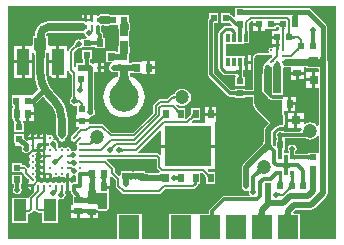
<source format=gbl>
G04*
G04 #@! TF.GenerationSoftware,Altium Limited,Altium Designer,19.1.5 (86)*
G04*
G04 Layer_Physical_Order=2*
G04 Layer_Color=16711680*
%FSAX25Y25*%
%MOIN*%
G70*
G01*
G75*
%ADD10C,0.00787*%
%ADD11C,0.00591*%
%ADD14C,0.01575*%
%ADD15C,0.01968*%
%ADD16C,0.01181*%
%ADD17C,0.01968*%
%ADD18C,0.02756*%
%ADD19R,0.07087X0.07874*%
%ADD20R,0.01968X0.02953*%
%ADD21R,0.15748X0.13386*%
%ADD22R,0.02362X0.01968*%
%ADD23C,0.04724*%
%ADD24R,0.00787X0.01181*%
%ADD25R,0.02244X0.02441*%
%ADD26R,0.02520X0.02362*%
%ADD27R,0.02362X0.02520*%
%ADD28R,0.01417X0.00984*%
%ADD29R,0.02441X0.02244*%
%ADD30R,0.01968X0.02362*%
%ADD31R,0.01968X0.01968*%
%ADD32R,0.01181X0.02756*%
%ADD33C,0.00984*%
%ADD34R,0.03150X0.03150*%
%ADD35R,0.02756X0.06693*%
%ADD36R,0.03150X0.03150*%
%ADD37R,0.01181X0.01772*%
%ADD38C,0.01181*%
%ADD39R,0.04331X0.07480*%
%ADD40R,0.03937X0.03937*%
%ADD41R,0.04134X0.08661*%
%ADD42C,0.00984*%
%ADD43C,0.02953*%
%ADD44C,0.09843*%
G36*
X0188201Y0193851D02*
X0188248Y0193819D01*
X0188327Y0193791D01*
X0188437Y0193767D01*
X0188578Y0193747D01*
X0188956Y0193717D01*
X0189760Y0193701D01*
Y0192126D01*
X0189460Y0192124D01*
X0188437Y0192059D01*
X0188327Y0192035D01*
X0188248Y0192008D01*
X0188201Y0191976D01*
X0188185Y0191941D01*
Y0193886D01*
X0188201Y0193851D01*
D02*
G37*
G36*
X0206033Y0191303D02*
X0206098Y0190279D01*
X0206122Y0190169D01*
X0206150Y0190090D01*
X0206181Y0190043D01*
X0206216Y0190027D01*
X0204272D01*
X0204307Y0190043D01*
X0204338Y0190090D01*
X0204366Y0190169D01*
X0204390Y0190279D01*
X0204411Y0190421D01*
X0204440Y0190799D01*
X0204457Y0191602D01*
X0206031D01*
X0206033Y0191303D01*
D02*
G37*
G36*
X0178360Y0189814D02*
X0178260Y0189778D01*
X0178171Y0189717D01*
X0178094Y0189633D01*
X0178030Y0189526D01*
X0177976Y0189395D01*
X0177935Y0189240D01*
X0177905Y0189062D01*
X0177888Y0188860D01*
X0177882Y0188634D01*
X0176701D01*
X0177264Y0189815D01*
X0178472Y0189827D01*
X0178360Y0189814D01*
D02*
G37*
G36*
X0186539Y0188349D02*
X0186521Y0188356D01*
X0186483Y0188363D01*
X0186427Y0188368D01*
X0186149Y0188380D01*
X0185520Y0188386D01*
Y0189567D01*
X0186539Y0189603D01*
Y0188349D01*
D02*
G37*
G36*
X0200335Y0188071D02*
X0200327Y0188146D01*
X0200303Y0188213D01*
X0200264Y0188272D01*
X0200209Y0188323D01*
X0200138Y0188366D01*
X0200051Y0188402D01*
X0199949Y0188429D01*
X0199831Y0188449D01*
X0199697Y0188461D01*
X0199547Y0188465D01*
Y0189252D01*
X0199697Y0189256D01*
X0199831Y0189268D01*
X0199949Y0189287D01*
X0200051Y0189315D01*
X0200138Y0189350D01*
X0200209Y0189394D01*
X0200264Y0189445D01*
X0200303Y0189504D01*
X0200327Y0189571D01*
X0200335Y0189646D01*
Y0188071D01*
D02*
G37*
G36*
X0198338Y0189571D02*
X0198362Y0189504D01*
X0198402Y0189445D01*
X0198458Y0189394D01*
X0198530Y0189350D01*
X0198618Y0189315D01*
X0198722Y0189287D01*
X0198842Y0189268D01*
X0198978Y0189256D01*
X0199130Y0189252D01*
Y0188465D01*
X0198978Y0188461D01*
X0198842Y0188449D01*
X0198722Y0188429D01*
X0198618Y0188402D01*
X0198530Y0188366D01*
X0198458Y0188323D01*
X0198402Y0188272D01*
X0198362Y0188213D01*
X0198338Y0188146D01*
X0198330Y0188071D01*
Y0189646D01*
X0198338Y0189571D01*
D02*
G37*
G36*
X0202059Y0187693D02*
X0201992Y0187669D01*
X0201933Y0187629D01*
X0201882Y0187573D01*
X0201839Y0187501D01*
X0201803Y0187413D01*
X0201776Y0187310D01*
X0201756Y0187190D01*
X0201744Y0187054D01*
X0201740Y0186902D01*
X0200953D01*
X0200949Y0187054D01*
X0200937Y0187190D01*
X0200917Y0187310D01*
X0200890Y0187413D01*
X0200854Y0187501D01*
X0200811Y0187573D01*
X0200760Y0187629D01*
X0200701Y0187669D01*
X0200634Y0187693D01*
X0200559Y0187701D01*
X0202134D01*
X0202059Y0187693D01*
D02*
G37*
G36*
X0188075Y0187992D02*
X0187977Y0187957D01*
X0187890Y0187898D01*
X0187815Y0187815D01*
X0187751Y0187709D01*
X0187699Y0187579D01*
X0187658Y0187425D01*
X0187629Y0187248D01*
X0187612Y0187047D01*
X0187606Y0186823D01*
X0186425D01*
X0186419Y0187047D01*
X0186402Y0187248D01*
X0186373Y0187425D01*
X0186333Y0187579D01*
X0186281Y0187709D01*
X0186217Y0187815D01*
X0186142Y0187898D01*
X0186055Y0187957D01*
X0185957Y0187992D01*
X0185847Y0188004D01*
X0188185D01*
X0188075Y0187992D01*
D02*
G37*
G36*
X0189485Y0186374D02*
X0189523Y0185807D01*
X0189534Y0185767D01*
X0189548Y0185744D01*
X0189563Y0185736D01*
X0188406D01*
X0188461Y0185744D01*
X0188511Y0185767D01*
X0188554Y0185807D01*
X0188592Y0185862D01*
X0188624Y0185933D01*
X0188650Y0186020D01*
X0188671Y0186122D01*
X0188685Y0186240D01*
X0188694Y0186374D01*
X0188697Y0186523D01*
X0189484D01*
X0189485Y0186374D01*
D02*
G37*
G36*
X0211820Y0186360D02*
X0211803Y0186326D01*
X0211788Y0186282D01*
X0211776Y0186229D01*
X0211765Y0186167D01*
X0211749Y0186012D01*
X0211741Y0185820D01*
X0211740Y0185709D01*
X0210559D01*
X0210558Y0185820D01*
X0210534Y0186167D01*
X0210524Y0186229D01*
X0210511Y0186282D01*
X0210496Y0186326D01*
X0210479Y0186360D01*
X0210461Y0186384D01*
X0211839D01*
X0211820Y0186360D01*
D02*
G37*
G36*
X0203634Y0186293D02*
X0203646Y0186157D01*
X0203665Y0186037D01*
X0203693Y0185933D01*
X0203728Y0185845D01*
X0203772Y0185773D01*
X0203823Y0185717D01*
X0203882Y0185677D01*
X0203949Y0185653D01*
X0204024Y0185645D01*
X0202449D01*
X0202524Y0185653D01*
X0202591Y0185677D01*
X0202650Y0185717D01*
X0202701Y0185773D01*
X0202744Y0185845D01*
X0202780Y0185933D01*
X0202807Y0186037D01*
X0202827Y0186157D01*
X0202839Y0186293D01*
X0202842Y0186445D01*
X0203630D01*
X0203634Y0186293D01*
D02*
G37*
G36*
X0204362Y0185201D02*
X0204386Y0185134D01*
X0204426Y0185075D01*
X0204482Y0185024D01*
X0204554Y0184980D01*
X0204642Y0184945D01*
X0204746Y0184917D01*
X0204866Y0184898D01*
X0205001Y0184886D01*
X0205153Y0184882D01*
Y0184095D01*
X0205001Y0184091D01*
X0204866Y0184079D01*
X0204746Y0184059D01*
X0204642Y0184031D01*
X0204554Y0183996D01*
X0204482Y0183953D01*
X0204426Y0183902D01*
X0204386Y0183843D01*
X0204362Y0183776D01*
X0204354Y0183701D01*
Y0185276D01*
X0204362Y0185201D01*
D02*
G37*
G36*
X0211745Y0183858D02*
X0211785Y0183480D01*
X0211820Y0183327D01*
X0211865Y0183197D01*
X0211920Y0183090D01*
X0211985Y0183008D01*
X0212060Y0182949D01*
X0212145Y0182913D01*
X0212240Y0182901D01*
X0210296D01*
X0210346Y0182913D01*
X0210390Y0182949D01*
X0210430Y0183008D01*
X0210464Y0183090D01*
X0210493Y0183197D01*
X0210517Y0183327D01*
X0210535Y0183480D01*
X0210556Y0183858D01*
X0210559Y0184082D01*
X0211740D01*
X0211745Y0183858D01*
D02*
G37*
G36*
X0207727Y0183387D02*
X0207743Y0183191D01*
X0207758Y0183111D01*
X0207777Y0183043D01*
X0207800Y0182988D01*
X0207827Y0182945D01*
X0207858Y0182914D01*
X0207894Y0182896D01*
X0207933Y0182889D01*
X0206728D01*
X0206768Y0182896D01*
X0206803Y0182914D01*
X0206835Y0182945D01*
X0206862Y0182988D01*
X0206885Y0183043D01*
X0206904Y0183111D01*
X0206918Y0183191D01*
X0206929Y0183283D01*
X0206935Y0183387D01*
X0206937Y0183504D01*
X0207724D01*
X0207727Y0183387D01*
D02*
G37*
G36*
X0207275Y0180575D02*
X0207224Y0180627D01*
X0207159Y0180655D01*
X0207081Y0180659D01*
X0206990Y0180638D01*
X0206885Y0180594D01*
X0206767Y0180525D01*
X0206636Y0180431D01*
X0206491Y0180314D01*
X0206162Y0180006D01*
X0205802Y0180760D01*
X0205950Y0180914D01*
X0206186Y0181193D01*
X0206273Y0181319D01*
X0206340Y0181435D01*
X0206387Y0181541D01*
X0206413Y0181639D01*
X0206419Y0181726D01*
X0206405Y0181805D01*
X0206370Y0181874D01*
X0207275Y0180575D01*
D02*
G37*
G36*
X0197528Y0178661D02*
X0197543D01*
X0197572Y0178649D01*
X0197594Y0178627D01*
X0197606Y0178598D01*
Y0178583D01*
X0197606Y0178583D01*
Y0177835D01*
X0197328Y0177671D01*
X0196792Y0177311D01*
X0196286Y0176910D01*
X0195814Y0176470D01*
X0195591Y0176236D01*
Y0176236D01*
X0195344Y0175939D01*
X0194936Y0175284D01*
X0194656Y0174564D01*
X0194514Y0173805D01*
X0194496Y0173419D01*
X0194496Y0172205D01*
X0191740D01*
Y0177244D01*
X0191740Y0177526D01*
X0191956Y0178047D01*
X0192355Y0178446D01*
X0192876Y0178661D01*
X0193157Y0178661D01*
X0193157Y0178661D01*
X0197528Y0178661D01*
D02*
G37*
G36*
X0199763Y0179851D02*
X0199746Y0179824D01*
X0199731Y0179788D01*
X0199717Y0179743D01*
X0199706Y0179688D01*
X0199696Y0179625D01*
X0199681Y0179472D01*
X0199674Y0179282D01*
X0199673Y0179173D01*
X0199674Y0179065D01*
X0199696Y0178721D01*
X0199706Y0178658D01*
X0199717Y0178604D01*
X0199731Y0178559D01*
X0199746Y0178523D01*
X0199763Y0178496D01*
X0198993D01*
X0199010Y0178523D01*
X0199025Y0178559D01*
X0199039Y0178604D01*
X0199050Y0178658D01*
X0199060Y0178721D01*
X0199075Y0178875D01*
X0199082Y0179065D01*
X0199083Y0179173D01*
X0199378D01*
X0199083Y0179173D01*
X0199082Y0179282D01*
X0199060Y0179625D01*
X0199050Y0179688D01*
X0199039Y0179743D01*
X0199025Y0179788D01*
X0199010Y0179824D01*
X0198993Y0179851D01*
X0199763Y0179851D01*
D02*
G37*
G36*
X0199433Y0177700D02*
X0199402Y0177693D01*
X0199366Y0177678D01*
X0199324Y0177656D01*
X0199278Y0177626D01*
X0199226Y0177588D01*
X0199107Y0177489D01*
X0198968Y0177360D01*
X0198891Y0177284D01*
X0198473Y0177702D01*
X0198549Y0177779D01*
X0198777Y0178037D01*
X0198815Y0178089D01*
X0198845Y0178135D01*
X0198867Y0178177D01*
X0198882Y0178213D01*
X0198889Y0178244D01*
X0199433Y0177700D01*
D02*
G37*
G36*
X0214429Y0177013D02*
X0214641Y0177008D01*
Y0176375D01*
X0214693Y0176221D01*
X0214641Y0176077D01*
Y0175433D01*
X0214409Y0175427D01*
X0213709Y0173465D01*
X0213693Y0173839D01*
X0213646Y0174173D01*
X0213567Y0174469D01*
X0213457Y0174724D01*
X0213315Y0174941D01*
X0213207Y0175051D01*
X0213130Y0174937D01*
X0213083Y0174805D01*
X0213079Y0174770D01*
Y0174646D01*
X0209929Y0174646D01*
X0209535Y0175039D01*
X0202016Y0175039D01*
X0201346Y0175709D01*
Y0176732D01*
X0202016Y0177402D01*
X0209535Y0177402D01*
X0209929Y0177795D01*
X0213079Y0177795D01*
Y0177671D01*
X0213083Y0177636D01*
X0213130Y0177504D01*
X0213209Y0177388D01*
X0213319Y0177287D01*
X0213349Y0177269D01*
X0213512Y0177402D01*
X0213653Y0177575D01*
X0213764Y0177779D01*
X0213843Y0178016D01*
X0213890Y0178284D01*
X0213906Y0178583D01*
X0214429Y0177013D01*
D02*
G37*
G36*
X0198314Y0176708D02*
X0198238Y0176630D01*
X0198011Y0176372D01*
X0197973Y0176321D01*
X0197943Y0176274D01*
X0197920Y0176233D01*
X0197906Y0176196D01*
X0197898Y0176165D01*
X0197354Y0176709D01*
X0197385Y0176717D01*
X0197422Y0176731D01*
X0197463Y0176754D01*
X0197510Y0176784D01*
X0197561Y0176821D01*
X0197680Y0176920D01*
X0197819Y0177049D01*
X0197897Y0177125D01*
X0198314Y0176708D01*
D02*
G37*
G36*
X0199890Y0176221D02*
X0199945Y0176165D01*
X0199945Y0176165D01*
X0199996Y0176114D01*
X0200084Y0176001D01*
X0200159Y0175878D01*
X0200218Y0175747D01*
X0200239Y0175679D01*
Y0175679D01*
X0200254Y0175636D01*
X0200292Y0175552D01*
X0200339Y0175473D01*
X0200396Y0175401D01*
X0200427Y0175368D01*
X0200795Y0175000D01*
X0200795Y0172441D01*
X0198039D01*
Y0175079D01*
X0198389Y0175428D01*
X0198389D01*
X0198425Y0175469D01*
X0198486Y0175559D01*
X0198527Y0175659D01*
X0198548Y0175766D01*
X0198551Y0175820D01*
X0198551Y0175840D01*
X0198559Y0175880D01*
X0198575Y0175918D01*
X0198597Y0175952D01*
X0198612Y0175966D01*
X0198866Y0176221D01*
X0199693Y0176221D01*
X0199890Y0176221D01*
D02*
G37*
G36*
X0187578Y0174729D02*
X0187563Y0174708D01*
X0187550Y0174671D01*
X0187539Y0174621D01*
X0187530Y0174556D01*
X0187516Y0174383D01*
X0187508Y0174016D01*
X0186524D01*
X0187016Y0172953D01*
X0186618Y0171760D01*
X0187508D01*
X0187513Y0171570D01*
X0187528Y0171401D01*
X0187552Y0171252D01*
X0187587Y0171122D01*
X0187631Y0171012D01*
X0187685Y0170923D01*
X0187749Y0170853D01*
X0187823Y0170803D01*
X0187907Y0170773D01*
X0188000Y0170763D01*
X0186031D01*
X0186125Y0170773D01*
X0186209Y0170803D01*
X0186283Y0170853D01*
X0186346Y0170923D01*
X0186401Y0171012D01*
X0186445Y0171122D01*
X0186479Y0171252D01*
X0186504Y0171401D01*
X0186519Y0171570D01*
X0186514Y0171663D01*
X0186484Y0171831D01*
X0186435Y0171978D01*
X0186366Y0172106D01*
X0186277Y0172215D01*
X0186169Y0172303D01*
X0186041Y0172372D01*
X0185894Y0172421D01*
X0185726Y0172451D01*
X0185539Y0172461D01*
X0185539Y0173445D01*
X0185726Y0173451D01*
X0185894Y0173468D01*
X0186041Y0173496D01*
X0186169Y0173536D01*
X0186277Y0173588D01*
X0186366Y0173650D01*
X0186435Y0173725D01*
X0186484Y0173810D01*
X0186514Y0173907D01*
X0186524Y0174016D01*
X0186523Y0174153D01*
X0186493Y0174621D01*
X0186481Y0174671D01*
X0186468Y0174708D01*
X0186454Y0174729D01*
X0186437Y0174736D01*
X0187594D01*
X0187578Y0174729D01*
D02*
G37*
G36*
X0188197Y0166766D02*
X0188232Y0166701D01*
X0188291Y0166644D01*
X0188374Y0166594D01*
X0188480Y0166552D01*
X0188610Y0166518D01*
X0188764Y0166491D01*
X0188941Y0166472D01*
X0189366Y0166457D01*
Y0165276D01*
X0189141Y0165272D01*
X0188764Y0165241D01*
X0188610Y0165215D01*
X0188480Y0165180D01*
X0188374Y0165138D01*
X0188291Y0165089D01*
X0188232Y0165031D01*
X0188197Y0164966D01*
X0188185Y0164894D01*
Y0166838D01*
X0188197Y0166766D01*
D02*
G37*
G36*
X0185847Y0164894D02*
X0185835Y0164966D01*
X0185799Y0165031D01*
X0185740Y0165089D01*
X0185658Y0165138D01*
X0185551Y0165180D01*
X0185422Y0165215D01*
X0185268Y0165241D01*
X0185091Y0165260D01*
X0184666Y0165276D01*
Y0166457D01*
X0184890Y0166461D01*
X0185268Y0166491D01*
X0185422Y0166518D01*
X0185551Y0166552D01*
X0185658Y0166594D01*
X0185740Y0166644D01*
X0185799Y0166701D01*
X0185835Y0166766D01*
X0185847Y0166838D01*
Y0164894D01*
D02*
G37*
G36*
X0196202Y0175342D02*
X0196334Y0175145D01*
X0196827Y0174815D01*
X0197409Y0174699D01*
X0197498Y0174626D01*
Y0172441D01*
X0197539Y0172342D01*
Y0165366D01*
X0201295D01*
Y0172342D01*
X0201337Y0172441D01*
X0201337Y0174300D01*
X0201836Y0174572D01*
X0202016Y0174498D01*
X0202016Y0174498D01*
X0203811D01*
Y0172941D01*
X0204817D01*
X0204829Y0172975D01*
X0204835Y0173031D01*
Y0172941D01*
X0208331D01*
Y0174498D01*
X0208978D01*
X0209429Y0174146D01*
Y0174146D01*
X0209915Y0174110D01*
X0209929Y0174104D01*
X0209929Y0174104D01*
X0213079Y0174104D01*
X0213159Y0173643D01*
X0213168Y0173442D01*
X0213180Y0173417D01*
Y0172890D01*
X0212004D01*
Y0170315D01*
Y0168764D01*
X0212094D01*
X0212038Y0168758D01*
X0212004Y0168746D01*
Y0167740D01*
X0213180D01*
Y0155158D01*
X0212680Y0154989D01*
X0212403Y0155348D01*
X0211806Y0155807D01*
X0211109Y0156096D01*
X0210362Y0156194D01*
X0209615Y0156096D01*
X0208919Y0155807D01*
X0208673Y0155619D01*
X0208173Y0155865D01*
Y0156311D01*
X0207168D01*
X0207155Y0156277D01*
X0207149Y0156220D01*
Y0156311D01*
X0206098D01*
Y0154236D01*
X0207145D01*
X0207505Y0153770D01*
X0207406Y0153276D01*
X0207066Y0153120D01*
X0206989Y0153102D01*
X0206926Y0153100D01*
X0206882Y0153080D01*
X0201831D01*
X0201784Y0153100D01*
X0201682Y0153101D01*
X0201514Y0153108D01*
X0201395Y0153120D01*
X0201368Y0153125D01*
X0201357Y0153128D01*
X0201337Y0153134D01*
X0201329Y0153134D01*
X0200981Y0153367D01*
X0200402Y0153482D01*
X0199822Y0153367D01*
X0199331Y0153039D01*
X0199003Y0152548D01*
X0198888Y0151969D01*
X0199003Y0151389D01*
X0199236Y0151041D01*
X0199236Y0151033D01*
X0199242Y0151013D01*
X0199245Y0151002D01*
X0199248Y0150984D01*
X0199266Y0150732D01*
X0199254Y0150561D01*
X0199236Y0150421D01*
X0199213Y0150315D01*
X0199197Y0150264D01*
X0198839D01*
Y0149822D01*
X0198809Y0149752D01*
X0198824Y0149716D01*
X0198814Y0149679D01*
X0198839Y0149637D01*
Y0148409D01*
X0198339Y0148257D01*
X0198101Y0148520D01*
X0198043Y0148593D01*
X0197934Y0148749D01*
X0197899Y0148810D01*
Y0152877D01*
X0198472Y0153450D01*
X0198498Y0153460D01*
X0199266Y0154173D01*
X0199585Y0154429D01*
X0199871Y0154629D01*
X0199986Y0154695D01*
X0201268D01*
X0201367Y0154736D01*
X0201768D01*
Y0155137D01*
X0201809Y0155236D01*
Y0158386D01*
X0201803Y0158400D01*
X0201768Y0158886D01*
X0201768D01*
X0201494Y0159356D01*
Y0160024D01*
X0203051D01*
Y0162284D01*
Y0163519D01*
X0202961D01*
X0203017Y0163525D01*
X0203051Y0163538D01*
Y0164543D01*
X0201370D01*
Y0164379D01*
X0200953Y0164084D01*
X0198027Y0164084D01*
X0197862Y0164093D01*
X0197527Y0164159D01*
X0197224Y0164285D01*
X0196940Y0164475D01*
X0196818Y0164585D01*
X0194996Y0166407D01*
Y0172105D01*
X0195037Y0172205D01*
X0195037Y0173407D01*
X0195053Y0173743D01*
X0195179Y0174415D01*
X0195422Y0175041D01*
X0195605Y0175335D01*
X0196198Y0175345D01*
X0196202Y0175342D01*
D02*
G37*
G36*
X0196445Y0164193D02*
X0196606Y0164047D01*
X0196968Y0163805D01*
X0197369Y0163639D01*
X0197796Y0163554D01*
X0198013Y0163543D01*
X0198013Y0163543D01*
X0200953Y0163543D01*
X0200953Y0159146D01*
X0200958Y0159041D01*
X0200999Y0158834D01*
X0201080Y0158639D01*
X0201197Y0158464D01*
X0201268Y0158386D01*
X0201268Y0158386D01*
Y0155236D01*
X0199842D01*
X0199581Y0155086D01*
X0199260Y0154862D01*
X0198911Y0154583D01*
X0198130Y0153856D01*
X0196738Y0155248D01*
X0197129Y0155653D01*
X0197392Y0155963D01*
X0192725Y0160629D01*
X0192491Y0160863D01*
X0192123Y0161414D01*
X0191869Y0162026D01*
X0191740Y0162676D01*
X0191740Y0163007D01*
X0191740Y0166142D01*
X0194496D01*
X0196445Y0164193D01*
D02*
G37*
G36*
X0201129Y0152639D02*
X0201162Y0152622D01*
X0201206Y0152607D01*
X0201259Y0152594D01*
X0201322Y0152584D01*
X0201476Y0152568D01*
X0201669Y0152560D01*
X0201780Y0152559D01*
Y0151378D01*
X0201669Y0151377D01*
X0201322Y0151353D01*
X0201259Y0151342D01*
X0201206Y0151330D01*
X0201162Y0151315D01*
X0201129Y0151298D01*
X0201104Y0151279D01*
Y0152657D01*
X0201129Y0152639D01*
D02*
G37*
G36*
X0209346Y0151175D02*
X0209254Y0151213D01*
X0209148Y0151248D01*
X0209029Y0151278D01*
X0208897Y0151305D01*
X0208591Y0151345D01*
X0208231Y0151370D01*
X0207818Y0151378D01*
X0206941Y0152559D01*
X0207151Y0152565D01*
X0207339Y0152582D01*
X0207503Y0152610D01*
X0207645Y0152649D01*
X0207763Y0152699D01*
X0207858Y0152761D01*
X0207930Y0152834D01*
X0207979Y0152919D01*
X0208005Y0153014D01*
X0208007Y0153121D01*
X0209346Y0151175D01*
D02*
G37*
G36*
X0213180Y0151456D02*
Y0146337D01*
X0212949Y0145933D01*
X0210221D01*
X0210186Y0145955D01*
X0210141Y0145945D01*
X0210099Y0145962D01*
X0210028Y0145933D01*
X0209587D01*
Y0145637D01*
X0209558Y0145630D01*
X0209452Y0145611D01*
X0209116Y0145584D01*
X0208908Y0145580D01*
X0208863Y0145561D01*
X0206112D01*
X0206066Y0145580D01*
X0205855Y0145583D01*
X0205824Y0145585D01*
X0205611Y0145742D01*
X0205431Y0145919D01*
X0205435Y0146114D01*
X0205447Y0146254D01*
X0205452Y0146293D01*
X0205454Y0146301D01*
X0205776Y0146783D01*
X0205891Y0147362D01*
X0205776Y0147941D01*
X0205448Y0148432D01*
X0204957Y0148760D01*
X0204378Y0148875D01*
X0203799Y0148760D01*
X0203308Y0148432D01*
X0202980Y0147941D01*
X0202865Y0147362D01*
X0202980Y0146783D01*
X0203141Y0146542D01*
X0203138Y0146525D01*
X0203144Y0146503D01*
X0203153Y0146354D01*
X0202839Y0145917D01*
X0202810Y0145897D01*
X0202707Y0145854D01*
X0201837D01*
X0201498Y0146354D01*
X0201507Y0146623D01*
X0201521Y0146767D01*
X0201539Y0146884D01*
X0201543Y0146902D01*
X0201807D01*
Y0147343D01*
X0201836Y0147414D01*
X0201817Y0147461D01*
X0201828Y0147510D01*
X0201807Y0147542D01*
Y0149616D01*
X0201825Y0149643D01*
X0201815Y0149699D01*
X0201836Y0149752D01*
X0201828Y0149772D01*
X0201807Y0150264D01*
D01*
X0201863Y0150741D01*
X0201993Y0150857D01*
X0207715D01*
X0207739Y0150842D01*
X0207774Y0150851D01*
X0207807Y0150837D01*
X0208208Y0150829D01*
X0208537Y0150807D01*
X0208808Y0150771D01*
X0208909Y0150750D01*
X0208997Y0150728D01*
X0209065Y0150706D01*
X0209137Y0150676D01*
X0209197Y0150675D01*
X0209247Y0150643D01*
X0209293Y0150652D01*
X0209615Y0150519D01*
X0210362Y0150420D01*
X0211109Y0150519D01*
X0211806Y0150807D01*
X0212403Y0151266D01*
X0212680Y0151626D01*
X0213180Y0151456D01*
D02*
G37*
G36*
X0201072Y0151242D02*
X0201055Y0151208D01*
X0201040Y0151164D01*
X0201027Y0151111D01*
X0201017Y0151049D01*
X0201001Y0150894D01*
X0200995Y0150741D01*
X0200995Y0150708D01*
X0201041Y0150177D01*
X0201068Y0150047D01*
X0201101Y0149941D01*
X0201141Y0149858D01*
X0201186Y0149799D01*
X0201238Y0149764D01*
X0201295Y0149752D01*
X0199351D01*
X0199438Y0149764D01*
X0199516Y0149799D01*
X0199585Y0149858D01*
X0199645Y0149941D01*
X0199696Y0150047D01*
X0199737Y0150177D01*
X0199770Y0150330D01*
X0199793Y0150508D01*
X0199806Y0150708D01*
X0199807Y0150744D01*
X0199786Y0151049D01*
X0199776Y0151111D01*
X0199763Y0151164D01*
X0199748Y0151208D01*
X0199731Y0151242D01*
X0199713Y0151266D01*
X0201091D01*
X0201072Y0151242D01*
D02*
G37*
G36*
X0201230Y0147402D02*
X0201172Y0147366D01*
X0201120Y0147307D01*
X0201076Y0147225D01*
X0201038Y0147118D01*
X0201008Y0146988D01*
X0200984Y0146835D01*
X0200966Y0146658D01*
X0200953Y0146232D01*
X0199772D01*
X0199767Y0146457D01*
X0199734Y0146835D01*
X0199704Y0146988D01*
X0199666Y0147118D01*
X0199620Y0147225D01*
X0199565Y0147307D01*
X0199502Y0147366D01*
X0199431Y0147402D01*
X0199351Y0147414D01*
X0201295D01*
X0201230Y0147402D01*
D02*
G37*
G36*
X0196597Y0148329D02*
X0197346Y0149281D01*
X0197289Y0149181D01*
X0197264Y0149067D01*
X0197270Y0148937D01*
X0197308Y0148793D01*
X0197377Y0148633D01*
X0197477Y0148458D01*
X0197609Y0148269D01*
X0197689Y0148169D01*
X0198049Y0147770D01*
X0198752Y0147052D01*
X0197917Y0146216D01*
X0197653Y0146478D01*
X0196779Y0147253D01*
X0196656Y0147191D01*
X0196448Y0147066D01*
X0196228Y0146913D01*
X0195994Y0146731D01*
X0195489Y0146286D01*
X0195217Y0146022D01*
X0194022Y0147610D01*
X0194286Y0147882D01*
X0194913Y0148621D01*
X0195066Y0148842D01*
X0195191Y0149049D01*
X0195288Y0149244D01*
X0195358Y0149426D01*
X0195400Y0149595D01*
X0195414Y0149752D01*
X0196597Y0148329D01*
D02*
G37*
G36*
X0205009Y0146606D02*
X0204986Y0146582D01*
X0204966Y0146548D01*
X0204948Y0146504D01*
X0204932Y0146451D01*
X0204919Y0146388D01*
X0204909Y0146316D01*
X0204894Y0146142D01*
X0204890Y0145931D01*
X0203709Y0146050D01*
X0203708Y0146161D01*
X0203682Y0146569D01*
X0203673Y0146621D01*
X0203661Y0146663D01*
X0203649Y0146695D01*
X0203635Y0146717D01*
X0205009Y0146606D01*
D02*
G37*
G36*
X0204890Y0145285D02*
X0204925Y0145233D01*
X0204984Y0145188D01*
X0205067Y0145148D01*
X0205173Y0145115D01*
X0205303Y0145088D01*
X0205456Y0145067D01*
X0205834Y0145042D01*
X0206059Y0145039D01*
Y0143858D01*
X0205834Y0143856D01*
X0205303Y0143816D01*
X0205173Y0143792D01*
X0205067Y0143763D01*
X0204984Y0143729D01*
X0204925Y0143690D01*
X0204890Y0143645D01*
X0204878Y0143595D01*
Y0145342D01*
X0204890Y0145285D01*
D02*
G37*
G36*
X0210099Y0143477D02*
X0210087Y0143549D01*
X0210051Y0143614D01*
X0209992Y0143671D01*
X0209910Y0143721D01*
X0209803Y0143763D01*
X0209673Y0143797D01*
X0209520Y0143824D01*
X0209343Y0143843D01*
X0208917Y0143858D01*
Y0145039D01*
X0209142Y0145043D01*
X0209520Y0145074D01*
X0209673Y0145100D01*
X0209803Y0145135D01*
X0209910Y0145177D01*
X0209992Y0145226D01*
X0210051Y0145284D01*
X0210087Y0145349D01*
X0210099Y0145421D01*
Y0143477D01*
D02*
G37*
G36*
X0193761Y0140775D02*
X0194222Y0141228D01*
X0194779Y0140671D01*
X0193945Y0139803D01*
X0193527Y0140220D01*
X0192957D01*
X0194200Y0138978D01*
X0194067Y0139004D01*
X0193932Y0139011D01*
X0193795Y0138999D01*
X0193656Y0138969D01*
X0193514Y0138919D01*
X0193371Y0138851D01*
X0193226Y0138764D01*
X0193078Y0138658D01*
X0192928Y0138533D01*
X0192776Y0138390D01*
X0191941Y0139225D01*
X0192085Y0139377D01*
X0192209Y0139527D01*
X0192315Y0139674D01*
X0192402Y0139820D01*
X0192471Y0139963D01*
X0192520Y0140104D01*
X0192551Y0140244D01*
X0192562Y0140381D01*
X0192555Y0140516D01*
X0192529Y0140648D01*
X0192941Y0140237D01*
X0192941Y0140237D01*
X0192945Y0140276D01*
X0192952Y0140425D01*
X0192961Y0141424D01*
X0193748D01*
X0193761Y0140775D01*
D02*
G37*
G36*
X0202933Y0143358D02*
X0202969Y0143157D01*
X0203028Y0142980D01*
X0203110Y0142827D01*
X0203217Y0142697D01*
X0203346Y0142591D01*
X0203500Y0142508D01*
X0203677Y0142449D01*
X0203878Y0142413D01*
X0204102Y0142402D01*
Y0141220D01*
X0203878Y0141209D01*
X0203677Y0141173D01*
X0203500Y0141114D01*
X0203346Y0141032D01*
X0203217Y0140925D01*
X0203110Y0140795D01*
X0203028Y0140642D01*
X0202969Y0140465D01*
X0202933Y0140264D01*
X0202921Y0140039D01*
X0201740D01*
X0201728Y0140264D01*
X0201693Y0140465D01*
X0201634Y0140642D01*
X0201551Y0140795D01*
X0201445Y0140925D01*
X0201315Y0141032D01*
X0201161Y0141114D01*
X0200984Y0141173D01*
X0200783Y0141209D01*
X0200559Y0141220D01*
Y0142402D01*
X0200783Y0142413D01*
X0200984Y0142449D01*
X0201161Y0142508D01*
X0201315Y0142591D01*
X0201445Y0142697D01*
X0201551Y0142827D01*
X0201634Y0142980D01*
X0201693Y0143157D01*
X0201728Y0143358D01*
X0201740Y0143583D01*
X0202921D01*
X0202933Y0143358D01*
D02*
G37*
G36*
X0199796Y0138492D02*
X0199789Y0138505D01*
X0199769Y0138517D01*
X0199735Y0138528D01*
X0199688Y0138537D01*
X0199627Y0138545D01*
X0199466Y0138557D01*
X0199122Y0138563D01*
Y0139744D01*
X0199250Y0139745D01*
X0199735Y0139779D01*
X0199769Y0139790D01*
X0199789Y0139802D01*
X0199796Y0139815D01*
Y0138492D01*
D02*
G37*
G36*
X0212402Y0139520D02*
X0212370Y0139461D01*
X0212343Y0139362D01*
X0212318Y0139225D01*
X0212298Y0139047D01*
X0212259Y0138280D01*
X0212252Y0137571D01*
X0210283D01*
X0210282Y0137945D01*
X0210193Y0139362D01*
X0210165Y0139461D01*
X0210134Y0139520D01*
X0210099Y0139540D01*
X0212437D01*
X0212402Y0139520D01*
D02*
G37*
G36*
X0204861Y0138270D02*
X0204847Y0138240D01*
X0204834Y0138191D01*
X0204822Y0138122D01*
X0204813Y0138034D01*
X0204795Y0137650D01*
X0204791Y0137295D01*
X0203807D01*
X0203806Y0137483D01*
X0203765Y0138191D01*
X0203752Y0138240D01*
X0203737Y0138270D01*
X0203721Y0138280D01*
X0204878D01*
X0204861Y0138270D01*
D02*
G37*
G36*
X0200924D02*
X0200910Y0138240D01*
X0200897Y0138191D01*
X0200885Y0138122D01*
X0200876Y0138034D01*
X0200858Y0137650D01*
X0200854Y0137295D01*
X0199870D01*
X0199869Y0137483D01*
X0199828Y0138191D01*
X0199815Y0138240D01*
X0199800Y0138270D01*
X0199784Y0138280D01*
X0200941D01*
X0200924Y0138270D01*
D02*
G37*
G36*
X0208713Y0137047D02*
X0208743Y0136669D01*
X0208770Y0136516D01*
X0208804Y0136386D01*
X0208846Y0136279D01*
X0208896Y0136197D01*
X0208953Y0136138D01*
X0209018Y0136102D01*
X0209090Y0136090D01*
X0207146D01*
X0207218Y0136102D01*
X0207283Y0136138D01*
X0207341Y0136197D01*
X0207390Y0136279D01*
X0207432Y0136386D01*
X0207467Y0136516D01*
X0207493Y0136669D01*
X0207512Y0136846D01*
X0207528Y0137271D01*
X0208709D01*
X0208713Y0137047D01*
D02*
G37*
G36*
X0204795Y0136888D02*
X0204824Y0136573D01*
X0204849Y0136445D01*
X0204882Y0136336D01*
X0204922Y0136248D01*
X0204969Y0136179D01*
X0205023Y0136130D01*
X0205085Y0136100D01*
X0205153Y0136090D01*
X0203315Y0136078D01*
X0203408Y0136089D01*
X0203492Y0136119D01*
X0203566Y0136169D01*
X0203630Y0136239D01*
X0203684Y0136329D01*
X0203728Y0136439D01*
X0203763Y0136568D01*
X0203787Y0136717D01*
X0203802Y0136886D01*
X0203807Y0137075D01*
X0204791D01*
X0204795Y0136888D01*
D02*
G37*
G36*
X0200858D02*
X0200887Y0136573D01*
X0200912Y0136445D01*
X0200945Y0136336D01*
X0200985Y0136248D01*
X0201032Y0136179D01*
X0201086Y0136130D01*
X0201148Y0136100D01*
X0201216Y0136090D01*
X0199378Y0136078D01*
X0199471Y0136089D01*
X0199555Y0136119D01*
X0199629Y0136169D01*
X0199693Y0136239D01*
X0199747Y0136329D01*
X0199791Y0136439D01*
X0199826Y0136568D01*
X0199850Y0136717D01*
X0199865Y0136886D01*
X0199870Y0137075D01*
X0200854D01*
X0200858Y0136888D01*
D02*
G37*
G36*
X0204125Y0133764D02*
X0204074Y0133816D01*
X0204009Y0133844D01*
X0203931Y0133848D01*
X0203840Y0133827D01*
X0203735Y0133782D01*
X0203617Y0133713D01*
X0203486Y0133620D01*
X0203341Y0133503D01*
X0203012Y0133195D01*
X0202652Y0133949D01*
X0202800Y0134103D01*
X0203036Y0134382D01*
X0203123Y0134508D01*
X0203190Y0134624D01*
X0203237Y0134730D01*
X0203264Y0134827D01*
X0203270Y0134915D01*
X0203255Y0134994D01*
X0203221Y0135063D01*
X0204125Y0133764D01*
D02*
G37*
G36*
X0192056Y0134102D02*
X0192080Y0133755D01*
X0192090Y0133692D01*
X0192103Y0133639D01*
X0192118Y0133595D01*
X0192135Y0133562D01*
X0192154Y0133537D01*
X0190776D01*
X0190794Y0133562D01*
X0190811Y0133595D01*
X0190826Y0133639D01*
X0190839Y0133692D01*
X0190849Y0133755D01*
X0190865Y0133909D01*
X0190873Y0134102D01*
X0190874Y0134213D01*
X0192055D01*
X0192056Y0134102D01*
D02*
G37*
G36*
X0199708Y0132680D02*
X0199772Y0132630D01*
X0199840Y0132586D01*
X0199913Y0132547D01*
X0199990Y0132515D01*
X0200071Y0132488D01*
X0200156Y0132467D01*
X0200246Y0132453D01*
X0200340Y0132444D01*
X0200437Y0132441D01*
Y0131653D01*
X0200340Y0131651D01*
X0200246Y0131642D01*
X0200156Y0131627D01*
X0200071Y0131606D01*
X0199990Y0131580D01*
X0199913Y0131547D01*
X0199840Y0131509D01*
X0199772Y0131465D01*
X0199708Y0131414D01*
X0199648Y0131358D01*
Y0132736D01*
X0199708Y0132680D01*
D02*
G37*
G36*
X0218900Y0194916D02*
Y0117210D01*
X0206925D01*
Y0125657D01*
X0204851D01*
X0204644Y0126157D01*
X0205477Y0126991D01*
X0210756D01*
X0210756Y0126991D01*
X0211335Y0127106D01*
X0211826Y0127434D01*
X0215763Y0131371D01*
X0215763Y0131371D01*
X0216091Y0131862D01*
X0216206Y0132441D01*
Y0176221D01*
X0216091Y0176800D01*
X0216005Y0176928D01*
Y0187835D01*
X0215906Y0188337D01*
X0215621Y0188763D01*
X0210542Y0193842D01*
X0210117Y0194126D01*
X0209614Y0194226D01*
X0189807D01*
X0189771Y0194242D01*
X0188983Y0194258D01*
X0188697Y0194281D01*
Y0194398D01*
X0188255D01*
X0188185Y0194427D01*
X0188114Y0194398D01*
X0185335D01*
Y0191441D01*
X0184973Y0191096D01*
X0184298Y0191771D01*
X0183937Y0192011D01*
X0183658Y0192067D01*
Y0192665D01*
X0180689D01*
Y0189303D01*
X0183620D01*
X0184260Y0188663D01*
X0184014Y0188203D01*
X0183945Y0188216D01*
X0182134D01*
X0181747Y0188139D01*
X0181419Y0187920D01*
X0180041Y0186542D01*
X0179821Y0186214D01*
X0179744Y0185827D01*
Y0174291D01*
X0179821Y0173904D01*
X0180041Y0173576D01*
X0181379Y0172238D01*
X0181707Y0172018D01*
X0182095Y0171941D01*
X0185274D01*
X0185590Y0171572D01*
X0185448Y0171287D01*
X0185335D01*
Y0168319D01*
X0188697D01*
Y0171287D01*
X0188103D01*
X0188101Y0171294D01*
X0188082Y0171365D01*
X0188065Y0171469D01*
X0188053Y0171601D01*
X0188049Y0171774D01*
X0188027Y0171822D01*
Y0173724D01*
X0188484D01*
Y0174721D01*
X0188460Y0174731D01*
X0188406Y0174736D01*
X0188484D01*
Y0176102D01*
Y0177468D01*
X0188406D01*
X0188460Y0177474D01*
X0188484Y0177483D01*
Y0178366D01*
X0182193Y0178366D01*
X0182193Y0181810D01*
X0182193Y0182106D01*
X0188016Y0182107D01*
Y0182220D01*
X0188403Y0182492D01*
X0190075D01*
Y0185666D01*
X0190104Y0185736D01*
X0190075Y0185807D01*
X0190075Y0185842D01*
X0190080Y0185896D01*
X0190075Y0186248D01*
X0190002Y0186734D01*
Y0189178D01*
X0190858Y0190034D01*
X0191449D01*
Y0189358D01*
X0193433D01*
Y0188858D01*
X0193933D01*
Y0187701D01*
X0194024D01*
X0193967Y0187695D01*
X0193933Y0187683D01*
Y0186677D01*
X0195417D01*
Y0187101D01*
X0195886Y0187177D01*
Y0187177D01*
X0198854D01*
Y0187902D01*
X0198909Y0187911D01*
X0199008Y0187920D01*
X0199144Y0187924D01*
X0199197Y0187947D01*
X0199480D01*
X0199533Y0187924D01*
X0199666Y0187920D01*
X0199763Y0187911D01*
X0199823Y0187901D01*
Y0187177D01*
X0199823D01*
X0199828Y0187168D01*
X0199519Y0186669D01*
X0197472D01*
Y0184988D01*
X0198466D01*
X0198478Y0185023D01*
X0198484Y0185079D01*
Y0184988D01*
X0199457D01*
Y0184488D01*
X0199957D01*
Y0183331D01*
X0199969D01*
X0199957Y0183330D01*
Y0182307D01*
X0200435D01*
Y0181820D01*
X0200023Y0181563D01*
X0199935Y0181568D01*
X0199878Y0181579D01*
Y0180157D01*
X0198878D01*
Y0181579D01*
X0198796Y0181563D01*
X0198302Y0181233D01*
X0198271Y0181186D01*
X0197797Y0181092D01*
X0197409Y0181169D01*
X0197022Y0181092D01*
X0196694Y0180873D01*
X0196475Y0180545D01*
X0196398Y0180157D01*
X0196475Y0179770D01*
X0196520Y0179703D01*
X0196253Y0179203D01*
X0193157Y0179203D01*
X0193157Y0179203D01*
X0192876Y0179203D01*
X0192776Y0179161D01*
X0192668D01*
X0192148Y0178946D01*
X0192071Y0178869D01*
X0191972Y0178828D01*
X0191573Y0178430D01*
X0191532Y0178330D01*
X0191456Y0178254D01*
X0191240Y0177733D01*
Y0177625D01*
X0191199Y0177526D01*
X0191199Y0177244D01*
Y0172205D01*
X0191240Y0172105D01*
Y0166978D01*
X0189428D01*
X0189385Y0166998D01*
X0188979Y0167012D01*
X0188839Y0167027D01*
X0188726Y0167047D01*
X0188697Y0167055D01*
Y0167350D01*
X0188255D01*
X0188185Y0167380D01*
X0188143Y0167362D01*
X0188098Y0167373D01*
X0188062Y0167350D01*
X0185969D01*
X0185934Y0167373D01*
X0185889Y0167362D01*
X0185847Y0167380D01*
X0185776Y0167350D01*
X0185335D01*
Y0167055D01*
X0185306Y0167047D01*
X0185199Y0167028D01*
X0184864Y0167001D01*
X0184656Y0166998D01*
X0184611Y0166978D01*
X0184090D01*
X0178403Y0172665D01*
Y0188576D01*
X0178423Y0188620D01*
X0178428Y0188829D01*
X0178443Y0188994D01*
X0178465Y0189126D01*
X0178491Y0189223D01*
X0178515Y0189283D01*
X0178518Y0189288D01*
X0178535Y0189289D01*
X0178559Y0189303D01*
X0179720D01*
Y0192665D01*
X0176752D01*
Y0191072D01*
X0176505Y0190826D01*
X0176264Y0190465D01*
X0176179Y0190039D01*
X0176179Y0190039D01*
Y0188682D01*
X0176160Y0188634D01*
X0176179Y0188586D01*
Y0172205D01*
X0176179Y0172205D01*
X0176264Y0171779D01*
X0176505Y0171418D01*
X0182844Y0165080D01*
X0182844Y0165080D01*
X0183204Y0164839D01*
X0183630Y0164754D01*
X0183630Y0164754D01*
X0184604D01*
X0184646Y0164735D01*
X0185052Y0164720D01*
X0185192Y0164705D01*
X0185306Y0164685D01*
X0185335Y0164678D01*
Y0164382D01*
X0185776D01*
X0185847Y0164353D01*
X0185889Y0164370D01*
X0185934Y0164360D01*
X0185969Y0164382D01*
X0188062D01*
X0188098Y0164360D01*
X0188143Y0164370D01*
X0188185Y0164353D01*
X0188255Y0164382D01*
X0188697D01*
Y0164678D01*
X0188726Y0164685D01*
X0188832Y0164704D01*
X0189168Y0164731D01*
X0189375Y0164734D01*
X0189421Y0164754D01*
X0191199D01*
X0191199Y0163007D01*
X0191199Y0162676D01*
X0191220Y0162625D01*
X0191209Y0162571D01*
X0191339Y0161921D01*
X0191369Y0161875D01*
Y0161819D01*
X0191623Y0161207D01*
X0191662Y0161168D01*
X0191673Y0161114D01*
X0192041Y0160563D01*
X0192087Y0160532D01*
X0192108Y0160481D01*
X0192342Y0160246D01*
X0192342Y0160246D01*
X0196602Y0155987D01*
X0196357Y0155632D01*
X0196349Y0155624D01*
X0196346Y0155617D01*
X0196318Y0155576D01*
X0195316Y0154574D01*
X0194988Y0154083D01*
X0194872Y0153504D01*
X0194872Y0153504D01*
Y0149777D01*
X0194864Y0149685D01*
X0194841Y0149588D01*
X0194792Y0149462D01*
X0194716Y0149311D01*
X0194611Y0149136D01*
X0194483Y0148951D01*
X0193885Y0148247D01*
X0193634Y0147988D01*
X0193622Y0147959D01*
X0188217Y0142554D01*
X0187889Y0142063D01*
X0187863Y0141932D01*
X0187704Y0141694D01*
X0187589Y0141115D01*
X0187589Y0141115D01*
Y0134803D01*
X0187704Y0134224D01*
X0188032Y0133733D01*
X0188523Y0133405D01*
X0189102Y0133290D01*
X0189550Y0133379D01*
X0189884Y0133140D01*
X0189986Y0133007D01*
X0189951Y0132835D01*
X0190066Y0132255D01*
X0190181Y0132084D01*
X0189913Y0131584D01*
X0181622D01*
X0181196Y0131500D01*
X0180836Y0131259D01*
X0180836Y0131259D01*
X0176899Y0127322D01*
X0176658Y0126961D01*
X0176573Y0126535D01*
X0176573Y0126535D01*
Y0126385D01*
X0176553Y0126341D01*
X0176548Y0126130D01*
X0176533Y0125965D01*
X0176512Y0125832D01*
X0176486Y0125735D01*
X0176461Y0125675D01*
X0176460Y0125673D01*
X0176447Y0125672D01*
X0176421Y0125657D01*
X0163406D01*
Y0117210D01*
X0154169D01*
Y0125657D01*
X0146083D01*
Y0117210D01*
X0109698Y0117210D01*
Y0194916D01*
X0218900Y0194916D01*
D02*
G37*
G36*
X0203870Y0126269D02*
X0203903Y0125820D01*
X0203931Y0125638D01*
X0203968Y0125484D01*
X0204012Y0125358D01*
X0204065Y0125260D01*
X0204126Y0125190D01*
X0204195Y0125147D01*
X0204272Y0125134D01*
X0201492D01*
X0201569Y0125147D01*
X0201638Y0125190D01*
X0201699Y0125260D01*
X0201752Y0125358D01*
X0201796Y0125484D01*
X0201833Y0125638D01*
X0201861Y0125820D01*
X0201881Y0126031D01*
X0201898Y0126535D01*
X0203866D01*
X0203870Y0126269D01*
D02*
G37*
G36*
X0195213Y0126588D02*
X0195237Y0126283D01*
X0195277Y0126013D01*
X0195333Y0125780D01*
X0195405Y0125582D01*
X0195492Y0125421D01*
X0195596Y0125295D01*
X0195716Y0125205D01*
X0195852Y0125151D01*
X0196004Y0125134D01*
X0192437D01*
X0192589Y0125151D01*
X0192725Y0125205D01*
X0192844Y0125295D01*
X0192948Y0125421D01*
X0193036Y0125582D01*
X0193108Y0125780D01*
X0193164Y0126013D01*
X0193204Y0126283D01*
X0193228Y0126588D01*
X0193236Y0126929D01*
X0195205D01*
X0195213Y0126588D01*
D02*
G37*
G36*
X0178281Y0126100D02*
X0178299Y0125897D01*
X0178329Y0125718D01*
X0178370Y0125563D01*
X0178423Y0125432D01*
X0178488Y0125324D01*
X0178565Y0125241D01*
X0178654Y0125181D01*
X0178754Y0125145D01*
X0178866Y0125134D01*
X0176504D01*
X0176616Y0125145D01*
X0176716Y0125181D01*
X0176805Y0125241D01*
X0176882Y0125324D01*
X0176947Y0125432D01*
X0177000Y0125563D01*
X0177041Y0125718D01*
X0177071Y0125897D01*
X0177089Y0126100D01*
X0177094Y0126327D01*
X0178276D01*
X0178281Y0126100D01*
D02*
G37*
G36*
X0178277Y0122684D02*
X0178300Y0122337D01*
X0178311Y0122274D01*
X0178324Y0122222D01*
X0178339Y0122178D01*
X0178355Y0122144D01*
X0178374Y0122120D01*
X0177685Y0121417D01*
X0178374Y0120714D01*
X0178355Y0120690D01*
X0178339Y0120657D01*
X0178324Y0120613D01*
X0178311Y0120560D01*
X0178300Y0120497D01*
X0178277Y0120150D01*
X0178276Y0120039D01*
X0177094D01*
X0177094Y0120150D01*
X0177086Y0120343D01*
X0177070Y0120497D01*
X0177059Y0120560D01*
X0177046Y0120613D01*
X0177032Y0120657D01*
X0177015Y0120690D01*
X0176996Y0120714D01*
X0177685Y0121417D01*
X0176996Y0122120D01*
X0177015Y0122144D01*
X0177032Y0122178D01*
X0177046Y0122222D01*
X0177059Y0122274D01*
X0177070Y0122337D01*
X0177086Y0122492D01*
X0177094Y0122684D01*
X0177094Y0122795D01*
X0178276D01*
X0178277Y0122684D01*
D02*
G37*
%LPC*%
G36*
X0205571Y0171941D02*
X0204835D01*
Y0171850D01*
X0204829Y0171906D01*
X0204817Y0171941D01*
X0203811D01*
Y0170260D01*
X0205571D01*
Y0171254D01*
X0205536Y0171266D01*
X0205480Y0171272D01*
X0205571D01*
Y0171941D01*
D02*
G37*
G36*
X0211004Y0172890D02*
X0208929D01*
Y0170815D01*
X0209935D01*
X0209947Y0170849D01*
X0209953Y0170905D01*
Y0170815D01*
X0211004D01*
Y0172890D01*
D02*
G37*
G36*
X0208331Y0171941D02*
X0206571D01*
Y0171272D01*
X0206661D01*
X0206605Y0171266D01*
X0206571Y0171254D01*
Y0170260D01*
X0208331D01*
Y0171941D01*
D02*
G37*
G36*
X0211004Y0169815D02*
X0209953D01*
Y0169724D01*
X0209947Y0169781D01*
X0209935Y0169815D01*
X0208929D01*
Y0167740D01*
X0211004D01*
Y0168746D01*
X0210969Y0168758D01*
X0210913Y0168764D01*
X0211004D01*
Y0169815D01*
D02*
G37*
G36*
X0205732Y0164543D02*
X0204051D01*
Y0163538D01*
X0204086Y0163525D01*
X0204142Y0163519D01*
X0204051D01*
Y0162784D01*
X0204720D01*
Y0162874D01*
X0204726Y0162818D01*
X0204738Y0162784D01*
X0205732D01*
Y0164543D01*
D02*
G37*
G36*
Y0161784D02*
X0204738D01*
X0204726Y0161749D01*
X0204720Y0161693D01*
Y0161784D01*
X0204051D01*
Y0160024D01*
X0205732D01*
Y0161784D01*
D02*
G37*
G36*
X0208173Y0159386D02*
X0206098D01*
Y0158392D01*
X0206133Y0158380D01*
X0206189Y0158374D01*
X0206098D01*
Y0157311D01*
X0207149D01*
Y0157402D01*
X0207155Y0157345D01*
X0207168Y0157311D01*
X0208173D01*
Y0159386D01*
D02*
G37*
G36*
X0205098D02*
X0203024D01*
Y0157311D01*
X0205098D01*
Y0158374D01*
X0205008D01*
X0205064Y0158380D01*
X0205098Y0158392D01*
Y0159386D01*
D02*
G37*
G36*
Y0156311D02*
X0203024D01*
Y0154236D01*
X0205098D01*
Y0156311D01*
D02*
G37*
G36*
X0141902Y0192391D02*
Y0192347D01*
X0141807Y0192269D01*
X0140953D01*
X0140220Y0192123D01*
X0139599Y0191708D01*
X0139042Y0191767D01*
X0138961Y0191847D01*
Y0191945D01*
X0138067D01*
Y0190354D01*
X0137185D01*
Y0189776D01*
X0137179Y0189830D01*
X0137162Y0189878D01*
X0137132Y0189920D01*
X0137091Y0189957D01*
X0137038Y0189988D01*
X0136973Y0190014D01*
X0136896Y0190033D01*
X0136807Y0190048D01*
X0136707Y0190056D01*
X0136595Y0190059D01*
Y0190650D01*
X0136707Y0190652D01*
X0136807Y0190661D01*
X0136896Y0190675D01*
X0136973Y0190695D01*
X0137038Y0190720D01*
X0137067Y0190738D01*
Y0191945D01*
X0136098D01*
Y0190738D01*
X0136128Y0190720D01*
X0136193Y0190695D01*
X0136269Y0190675D01*
X0136358Y0190661D01*
X0136459Y0190652D01*
X0136571Y0190650D01*
Y0190059D01*
X0136459Y0190056D01*
X0136358Y0190048D01*
X0136269Y0190033D01*
X0136193Y0190014D01*
X0136128Y0189988D01*
X0136075Y0189957D01*
X0136033Y0189920D01*
X0136004Y0189878D01*
X0135986Y0189830D01*
X0135980Y0189776D01*
Y0190354D01*
X0135598D01*
Y0189854D01*
X0134205D01*
Y0189828D01*
X0123197D01*
Y0189831D01*
X0121997Y0189673D01*
X0120880Y0189210D01*
X0119920Y0188474D01*
X0119184Y0187514D01*
X0118721Y0186396D01*
X0118563Y0185197D01*
X0118563D01*
X0118354Y0184783D01*
X0117972D01*
Y0182128D01*
X0117701Y0181740D01*
X0117472Y0181740D01*
X0115134D01*
Y0176909D01*
X0117701D01*
Y0179274D01*
X0118130Y0179630D01*
X0118385Y0179572D01*
X0118389Y0179556D01*
X0118432Y0179301D01*
X0118516Y0178104D01*
X0118522Y0177597D01*
X0118526Y0177586D01*
Y0172449D01*
X0118526Y0172449D01*
X0118673Y0170585D01*
X0119109Y0168767D01*
X0119794Y0167115D01*
X0118126Y0165446D01*
X0117772Y0165146D01*
Y0165146D01*
X0117772Y0165146D01*
X0114571D01*
X0114528Y0165146D01*
X0114071D01*
X0114028Y0165146D01*
X0110827D01*
Y0162323D01*
X0110801Y0162276D01*
X0110810Y0162246D01*
X0110798Y0162217D01*
X0110827Y0162146D01*
Y0161705D01*
X0111232D01*
X0111269Y0161684D01*
X0111292Y0161627D01*
X0111317Y0161529D01*
X0111338Y0161396D01*
X0111351Y0161242D01*
X0111337Y0161086D01*
X0111316Y0160955D01*
X0111290Y0160859D01*
X0111267Y0160802D01*
X0111261Y0160802D01*
X0111214Y0160776D01*
X0110807D01*
Y0160334D01*
X0110778Y0160264D01*
X0110790Y0160235D01*
X0110781Y0160206D01*
X0110807Y0160158D01*
Y0157256D01*
X0111352D01*
X0111356Y0157197D01*
X0111356Y0157083D01*
X0111395Y0156991D01*
X0111461Y0156661D01*
X0111539Y0156544D01*
X0111555Y0156051D01*
X0111555Y0156051D01*
X0111555Y0156051D01*
Y0153083D01*
X0114917D01*
Y0156051D01*
X0114822D01*
X0114654Y0156260D01*
X0114769Y0156585D01*
X0114940Y0156756D01*
X0115768D01*
Y0159016D01*
X0116268D01*
Y0159516D01*
X0117437D01*
Y0159606D01*
X0117443Y0159550D01*
X0117455Y0159516D01*
X0118449D01*
Y0161276D01*
X0118129D01*
X0117846Y0161735D01*
X0117895Y0161898D01*
X0118010Y0162122D01*
X0118463Y0162213D01*
X0118889Y0162497D01*
X0121019Y0164627D01*
X0121518Y0164607D01*
X0122016Y0164025D01*
X0122016Y0164024D01*
X0122976Y0163064D01*
X0123323Y0162717D01*
X0123654Y0162354D01*
X0124350Y0161506D01*
X0125100Y0160104D01*
X0125562Y0158582D01*
X0125715Y0157025D01*
X0125692Y0157000D01*
X0125692D01*
X0125731Y0156802D01*
Y0152323D01*
X0125877Y0151590D01*
X0126292Y0150969D01*
X0126538Y0150804D01*
X0126618Y0150401D01*
X0126859Y0150040D01*
X0127220Y0149800D01*
X0127646Y0149715D01*
X0128071Y0149800D01*
X0128432Y0150040D01*
X0128673Y0150401D01*
X0128753Y0150804D01*
X0129000Y0150969D01*
X0129415Y0151590D01*
X0129560Y0152323D01*
Y0157000D01*
X0129495Y0157328D01*
X0129374Y0158863D01*
X0128938Y0160681D01*
X0128222Y0162409D01*
X0127245Y0164003D01*
X0126032Y0165424D01*
X0126031Y0165425D01*
X0126031Y0165425D01*
X0126031Y0165425D01*
X0124724Y0166732D01*
X0124650Y0166781D01*
X0123697Y0167943D01*
X0122947Y0169345D01*
X0122486Y0170867D01*
X0122338Y0172362D01*
X0122356Y0172449D01*
Y0177586D01*
X0122360Y0177597D01*
X0122366Y0178109D01*
X0122411Y0178963D01*
X0122448Y0179290D01*
X0122493Y0179556D01*
X0122497Y0179572D01*
X0122752Y0179630D01*
X0123181Y0179274D01*
Y0176909D01*
X0125748D01*
Y0181740D01*
X0123409D01*
X0123181Y0181740D01*
X0122909Y0182128D01*
Y0184783D01*
X0122655D01*
X0122410Y0185283D01*
X0122454Y0185504D01*
X0122628Y0185765D01*
X0122889Y0185940D01*
X0123191Y0186000D01*
X0123197Y0185999D01*
X0134082D01*
X0134221Y0185971D01*
X0134767Y0186080D01*
X0135125Y0185883D01*
X0135249Y0185713D01*
X0135342Y0185248D01*
X0135670Y0184757D01*
X0135931Y0184583D01*
X0135779Y0184083D01*
X0134193D01*
Y0183993D01*
X0133693Y0183738D01*
X0133197Y0183836D01*
X0132618Y0183721D01*
X0132127Y0183393D01*
X0131799Y0182902D01*
X0131696Y0182384D01*
X0131672Y0182331D01*
X0131670Y0182273D01*
X0131666Y0182240D01*
X0131659Y0182207D01*
X0131648Y0182174D01*
X0131634Y0182139D01*
X0131616Y0182102D01*
X0131591Y0182062D01*
X0131561Y0182020D01*
X0131524Y0181975D01*
X0131469Y0181917D01*
X0131449Y0181863D01*
X0130072Y0180487D01*
X0129875Y0180191D01*
X0129815Y0179891D01*
X0129315Y0179940D01*
Y0181740D01*
X0126748D01*
Y0176409D01*
Y0171079D01*
X0129315D01*
Y0173367D01*
X0129815Y0173416D01*
X0129875Y0173116D01*
X0130072Y0172820D01*
X0130829Y0172064D01*
Y0164789D01*
X0130806Y0164737D01*
X0130803Y0164657D01*
X0130798Y0164599D01*
X0130789Y0164548D01*
X0130778Y0164503D01*
X0130765Y0164463D01*
X0130751Y0164429D01*
X0130734Y0164398D01*
X0130716Y0164370D01*
X0130696Y0164343D01*
X0130656Y0164301D01*
X0130635Y0164247D01*
X0130342Y0163807D01*
X0130227Y0163228D01*
X0130342Y0162649D01*
X0130670Y0162158D01*
X0131161Y0161830D01*
X0131740Y0161715D01*
X0132236Y0161814D01*
X0132542Y0161657D01*
X0132736Y0161507D01*
Y0161269D01*
X0132719Y0161181D01*
X0132736Y0161093D01*
Y0159106D01*
X0132736D01*
X0132660Y0158638D01*
X0132236D01*
Y0157153D01*
X0136598D01*
Y0157758D01*
X0136985Y0158075D01*
X0137094Y0158054D01*
X0137674Y0158169D01*
X0138165Y0158497D01*
X0138493Y0158988D01*
X0138608Y0159567D01*
X0138493Y0160146D01*
X0138407Y0160274D01*
Y0162205D01*
X0138307Y0162707D01*
X0138250Y0162793D01*
Y0163402D01*
X0138222Y0163540D01*
Y0165200D01*
X0138250Y0165339D01*
Y0165685D01*
X0138222Y0165824D01*
Y0167483D01*
X0138250Y0167622D01*
Y0172431D01*
X0138378Y0172878D01*
X0139587D01*
Y0173883D01*
X0139552Y0173896D01*
X0139496Y0173902D01*
X0139587D01*
Y0174370D01*
Y0174838D01*
X0139496D01*
X0139552Y0174844D01*
X0139587Y0174857D01*
Y0175862D01*
X0138378D01*
Y0175787D01*
X0138308Y0175730D01*
X0137878Y0175566D01*
X0137516Y0175808D01*
X0136986Y0175913D01*
Y0176450D01*
X0137006Y0176494D01*
X0137011Y0176702D01*
X0137025Y0176866D01*
X0137047Y0176998D01*
X0137072Y0177094D01*
X0137095Y0177150D01*
X0137101Y0177151D01*
X0137149Y0177177D01*
X0137555D01*
Y0177619D01*
X0137584Y0177689D01*
X0137573Y0177717D01*
X0137581Y0177747D01*
X0137555Y0177795D01*
Y0180146D01*
X0134193D01*
Y0177795D01*
X0134167Y0177747D01*
X0134176Y0177717D01*
X0134164Y0177689D01*
X0134193Y0177619D01*
Y0177177D01*
X0134599D01*
X0134647Y0177151D01*
X0134653Y0177150D01*
X0134676Y0177094D01*
X0134701Y0176998D01*
X0134723Y0176866D01*
X0134737Y0176702D01*
X0134742Y0176494D01*
X0134762Y0176450D01*
Y0175894D01*
X0132185D01*
Y0174477D01*
X0131685Y0174210D01*
X0131628Y0174248D01*
Y0179465D01*
X0132737Y0180575D01*
X0132791Y0180595D01*
X0132850Y0180650D01*
X0132894Y0180687D01*
X0132936Y0180717D01*
X0132976Y0180742D01*
X0133013Y0180760D01*
X0133048Y0180774D01*
X0133081Y0180785D01*
X0133114Y0180792D01*
X0133147Y0180796D01*
X0133205Y0180798D01*
X0133258Y0180822D01*
X0133776Y0180925D01*
X0133776Y0180925D01*
X0133799Y0180936D01*
X0134193Y0181114D01*
X0136920D01*
X0136956Y0181092D01*
X0137001Y0181103D01*
X0137043Y0181085D01*
X0137114Y0181114D01*
X0137555D01*
Y0181345D01*
X0137925Y0181439D01*
X0138011Y0181455D01*
X0138470Y0181360D01*
X0138484Y0181334D01*
Y0180839D01*
X0141846D01*
Y0183741D01*
X0141873Y0183788D01*
X0141864Y0183818D01*
X0141876Y0183846D01*
X0141846Y0183917D01*
Y0184358D01*
X0141440D01*
X0141392Y0184384D01*
X0141386Y0184385D01*
X0141363Y0184442D01*
X0141338Y0184538D01*
X0141316Y0184669D01*
X0141302Y0184833D01*
X0141297Y0185041D01*
X0141277Y0185085D01*
Y0185354D01*
X0141193Y0185780D01*
X0140952Y0186141D01*
X0140647Y0186445D01*
Y0187992D01*
X0140798Y0188213D01*
X0141068Y0188440D01*
X0141691D01*
X0141902Y0188398D01*
Y0188400D01*
X0142961D01*
X0143693Y0188546D01*
X0143766Y0188594D01*
X0145850D01*
X0146286Y0188514D01*
X0146339Y0188121D01*
Y0187638D01*
X0146493Y0186867D01*
X0146595Y0186714D01*
Y0184386D01*
X0146595Y0184303D01*
Y0183886D01*
X0146595Y0183803D01*
Y0181809D01*
X0146585Y0181796D01*
X0146440Y0181063D01*
Y0179869D01*
X0146025Y0179567D01*
X0145626Y0179715D01*
Y0179831D01*
X0145185D01*
X0145114Y0179860D01*
X0145067Y0179841D01*
X0145018Y0179851D01*
X0144986Y0179831D01*
X0142264D01*
Y0176311D01*
X0144398D01*
X0144447Y0175811D01*
X0144232Y0175768D01*
X0143741Y0175440D01*
X0143689Y0175362D01*
X0143602D01*
Y0175233D01*
X0143413Y0174949D01*
X0143298Y0174370D01*
X0143413Y0173791D01*
X0143602Y0173507D01*
Y0173378D01*
X0143689D01*
X0143741Y0173300D01*
X0144232Y0172972D01*
X0144811Y0172857D01*
X0145141D01*
X0145169Y0172845D01*
X0146138Y0172829D01*
X0146430Y0172334D01*
X0146416Y0172044D01*
X0146361Y0171672D01*
X0146272Y0171311D01*
X0145646Y0171121D01*
X0144449Y0170481D01*
X0143400Y0169620D01*
X0142539Y0168571D01*
X0141899Y0167374D01*
X0141505Y0166076D01*
X0141372Y0164725D01*
X0141505Y0163374D01*
X0141899Y0162076D01*
X0142539Y0160879D01*
X0143400Y0159830D01*
X0144449Y0158969D01*
X0145646Y0158329D01*
X0146944Y0157935D01*
X0148295Y0157802D01*
X0149646Y0157935D01*
X0150944Y0158329D01*
X0152141Y0158969D01*
X0153191Y0159830D01*
X0154051Y0160879D01*
X0154691Y0162076D01*
X0155085Y0163374D01*
X0155218Y0164725D01*
X0155085Y0166076D01*
X0154691Y0167374D01*
X0154051Y0168571D01*
X0153191Y0169620D01*
X0152141Y0170481D01*
X0150944Y0171121D01*
X0150434Y0171276D01*
X0150346Y0171639D01*
X0150292Y0172011D01*
X0150273Y0172411D01*
X0150433Y0172651D01*
X0150634Y0172747D01*
X0151083Y0172610D01*
D01*
X0151574Y0172590D01*
X0151595Y0172581D01*
X0151665Y0172610D01*
X0154362D01*
Y0172110D01*
X0156043D01*
Y0174370D01*
Y0176630D01*
X0154362D01*
Y0176130D01*
X0151665D01*
X0151595Y0176159D01*
X0151524Y0176130D01*
X0151083D01*
Y0175978D01*
X0150575Y0175941D01*
X0150075Y0175992D01*
Y0176449D01*
X0150075Y0176492D01*
Y0178958D01*
X0150123Y0179031D01*
X0150269Y0179764D01*
Y0181063D01*
X0150123Y0181796D01*
X0150114Y0181809D01*
Y0183803D01*
X0150114Y0183886D01*
Y0184303D01*
X0150114Y0184386D01*
Y0186714D01*
X0150216Y0186867D01*
X0150369Y0187638D01*
Y0188504D01*
X0150216Y0189275D01*
X0149976Y0189634D01*
Y0192035D01*
X0146776D01*
X0146732Y0192035D01*
X0146276D01*
X0146232Y0192035D01*
X0143766D01*
X0143693Y0192084D01*
X0142961Y0192230D01*
X0142291D01*
X0141902Y0192391D01*
D02*
G37*
G36*
X0135098Y0191945D02*
X0134205D01*
Y0190854D01*
X0135098D01*
Y0191945D01*
D02*
G37*
G36*
X0192933Y0188358D02*
X0191449D01*
Y0186677D01*
X0192933D01*
Y0187683D01*
X0192899Y0187695D01*
X0192842Y0187701D01*
X0192933D01*
Y0188358D01*
D02*
G37*
G36*
X0198957Y0183988D02*
X0198484D01*
Y0183898D01*
X0198478Y0183954D01*
X0198466Y0183988D01*
X0197472D01*
Y0182307D01*
X0198957D01*
Y0183256D01*
X0198938Y0183277D01*
X0198894Y0183307D01*
X0198844Y0183325D01*
X0198787Y0183331D01*
X0198957D01*
Y0183988D01*
D02*
G37*
G36*
X0114134Y0181740D02*
X0111567D01*
Y0176909D01*
X0114134D01*
Y0181740D01*
D02*
G37*
G36*
X0190575Y0178480D02*
X0189484D01*
Y0177483D01*
X0189509Y0177474D01*
X0189563Y0177468D01*
X0189484D01*
Y0176602D01*
X0190575D01*
Y0178480D01*
D02*
G37*
G36*
X0158724Y0176630D02*
X0157043D01*
Y0174870D01*
X0158724D01*
Y0176630D01*
D02*
G37*
G36*
X0141795Y0175862D02*
X0140587D01*
Y0174870D01*
X0141795D01*
Y0175862D01*
D02*
G37*
G36*
X0190575Y0175602D02*
X0189484D01*
Y0174736D01*
X0189563D01*
X0189509Y0174731D01*
X0189484Y0174721D01*
Y0173724D01*
X0190575D01*
Y0175602D01*
D02*
G37*
G36*
X0141795Y0173870D02*
X0140587D01*
Y0172878D01*
X0141590D01*
X0141665Y0172917D01*
X0141746Y0172968D01*
X0141795Y0173005D01*
Y0173870D01*
D02*
G37*
G36*
X0158724D02*
X0157043D01*
Y0172110D01*
X0158724D01*
Y0173870D01*
D02*
G37*
G36*
X0125748Y0175909D02*
X0123181D01*
Y0171079D01*
X0125748D01*
Y0175909D01*
D02*
G37*
G36*
X0117701D02*
X0115134D01*
Y0171079D01*
X0117701D01*
Y0175909D01*
D02*
G37*
G36*
X0114134D02*
X0111567D01*
Y0171079D01*
X0114134D01*
Y0175909D01*
D02*
G37*
G36*
X0167685Y0167375D02*
X0166938Y0167277D01*
X0166242Y0166988D01*
X0165644Y0166530D01*
X0165185Y0165932D01*
X0165032Y0165561D01*
X0164965Y0165499D01*
X0164957Y0165482D01*
X0164945Y0165476D01*
X0164909Y0165462D01*
X0164852Y0165447D01*
X0164776Y0165435D01*
X0164681Y0165426D01*
X0164554Y0165423D01*
X0164473Y0165387D01*
X0164187Y0165330D01*
X0163891Y0165132D01*
X0162662Y0163903D01*
X0160323D01*
X0159974Y0163834D01*
X0159678Y0163636D01*
X0159607Y0163565D01*
X0159578Y0163546D01*
X0158194Y0162162D01*
X0157997Y0161866D01*
X0157927Y0161518D01*
Y0159366D01*
X0151284Y0152722D01*
X0144401D01*
X0141754Y0155369D01*
X0141459Y0155566D01*
X0141110Y0155636D01*
X0136819D01*
X0136598Y0155817D01*
Y0156154D01*
X0132236D01*
Y0154669D01*
X0133364D01*
X0133516Y0154169D01*
X0133426Y0154109D01*
X0131174Y0151857D01*
X0131157Y0151854D01*
X0130796Y0151613D01*
X0130555Y0151252D01*
X0130471Y0150827D01*
X0130555Y0150401D01*
X0130796Y0150040D01*
X0131157Y0149800D01*
X0131583Y0149715D01*
X0132008Y0149800D01*
X0132227Y0149946D01*
X0132404Y0149680D01*
X0132670Y0149503D01*
X0132524Y0149284D01*
X0132439Y0148858D01*
X0132524Y0148433D01*
X0132670Y0148214D01*
X0132730Y0147874D01*
X0132670Y0147534D01*
X0132524Y0147315D01*
X0132439Y0146890D01*
X0132442Y0146878D01*
X0131992Y0146577D01*
X0131965Y0146595D01*
X0131386Y0146710D01*
X0131193Y0146672D01*
X0131088Y0146721D01*
X0130690Y0147072D01*
X0130641Y0147315D01*
X0130400Y0147676D01*
X0130040Y0147917D01*
X0129614Y0148002D01*
X0129189Y0147917D01*
X0128828Y0147676D01*
X0128432D01*
X0128071Y0147917D01*
X0127646Y0148002D01*
X0127220Y0147917D01*
X0126859Y0147676D01*
X0126463D01*
X0126297Y0147787D01*
X0126235Y0147931D01*
X0126139Y0148250D01*
X0126156Y0148410D01*
X0126246Y0148858D01*
X0126130Y0149437D01*
X0125802Y0149928D01*
X0125311Y0150256D01*
X0125183Y0150282D01*
X0124738Y0150401D01*
X0124820Y0150825D01*
X0124821Y0150827D01*
X0124736Y0151252D01*
X0124495Y0151613D01*
X0124134Y0151854D01*
X0123709Y0151939D01*
X0123283Y0151854D01*
X0123064Y0151708D01*
X0122887Y0151973D01*
X0122361Y0152325D01*
X0122240Y0152349D01*
Y0150827D01*
Y0149304D01*
X0122361Y0149328D01*
X0122706Y0149559D01*
X0122920Y0149542D01*
X0123265Y0149091D01*
X0123219Y0148858D01*
X0123265Y0148625D01*
X0122920Y0148174D01*
X0122706Y0148157D01*
X0122361Y0148388D01*
X0122240Y0148412D01*
Y0146890D01*
X0121740D01*
Y0146562D01*
X0122159D01*
X0122135Y0146527D01*
X0122114Y0146484D01*
X0122096Y0146432D01*
X0122080Y0146374D01*
X0122066Y0146307D01*
X0122055Y0146233D01*
X0122040Y0146061D01*
X0122035Y0145857D01*
X0121445D01*
X0121444Y0145963D01*
X0121425Y0146233D01*
X0121414Y0146307D01*
X0121401Y0146374D01*
X0121396Y0146390D01*
X0120218D01*
X0120242Y0146269D01*
X0120593Y0145743D01*
X0121120Y0145391D01*
X0121684Y0145279D01*
X0122035Y0145807D01*
X0122041Y0145695D01*
X0122059Y0145595D01*
X0122089Y0145506D01*
X0122130Y0145429D01*
X0122183Y0145364D01*
X0122248Y0145311D01*
X0122325Y0145270D01*
X0122413Y0145240D01*
X0122514Y0145222D01*
X0122626Y0145217D01*
Y0144626D01*
X0122514Y0144620D01*
X0122413Y0144602D01*
X0122325Y0144573D01*
X0122248Y0144532D01*
X0122183Y0144478D01*
X0122130Y0144413D01*
X0122089Y0144337D01*
X0122059Y0144248D01*
X0122041Y0144148D01*
X0122035Y0144035D01*
X0121684Y0144563D01*
X0121120Y0144451D01*
X0120593Y0144099D01*
X0120242Y0143573D01*
X0120218Y0143453D01*
X0121396D01*
X0121401Y0143469D01*
X0121414Y0143535D01*
X0121425Y0143610D01*
X0121440Y0143782D01*
X0121445Y0143985D01*
X0122035D01*
X0122037Y0143880D01*
X0122055Y0143610D01*
X0122066Y0143535D01*
X0122080Y0143469D01*
X0122096Y0143410D01*
X0122114Y0143359D01*
X0122135Y0143316D01*
X0122159Y0143281D01*
X0121740D01*
Y0142625D01*
X0122159D01*
X0122135Y0142590D01*
X0122114Y0142546D01*
X0122096Y0142496D01*
X0122080Y0142437D01*
X0122066Y0142370D01*
X0122055Y0142296D01*
X0122040Y0142124D01*
X0122036Y0141952D01*
X0122037Y0141911D01*
X0122055Y0141641D01*
X0122066Y0141567D01*
X0122080Y0141500D01*
X0122096Y0141442D01*
X0122114Y0141391D01*
X0122135Y0141347D01*
X0122159Y0141312D01*
X0121740D01*
Y0140656D01*
X0122159D01*
X0122135Y0140621D01*
X0122114Y0140578D01*
X0122096Y0140527D01*
X0122080Y0140468D01*
X0122066Y0140402D01*
X0122055Y0140327D01*
X0122040Y0140155D01*
X0122036Y0139983D01*
X0122037Y0139943D01*
X0122055Y0139673D01*
X0122066Y0139598D01*
X0122080Y0139532D01*
X0122096Y0139473D01*
X0122114Y0139422D01*
X0122125Y0139400D01*
X0122146Y0139390D01*
X0122197Y0139371D01*
X0122256Y0139355D01*
X0122323Y0139342D01*
X0122397Y0139331D01*
X0122569Y0139316D01*
X0122741Y0139312D01*
X0122782Y0139312D01*
X0123052Y0139331D01*
X0123126Y0139342D01*
X0123193Y0139355D01*
X0123251Y0139371D01*
X0123302Y0139390D01*
X0123345Y0139411D01*
X0123381Y0139434D01*
Y0139016D01*
X0124209D01*
Y0137494D01*
X0124329Y0137517D01*
X0124855Y0137869D01*
X0125033Y0138135D01*
X0125252Y0137988D01*
X0125677Y0137904D01*
X0126103Y0137988D01*
X0126321Y0138135D01*
X0126661Y0138195D01*
X0127001Y0138135D01*
X0127220Y0137988D01*
X0127646Y0137904D01*
X0128071Y0137988D01*
X0128290Y0138135D01*
X0128467Y0137869D01*
X0128994Y0137517D01*
X0129114Y0137494D01*
Y0139016D01*
X0130114D01*
Y0137494D01*
X0130235Y0137517D01*
X0130761Y0137869D01*
X0131112Y0138395D01*
X0131139Y0138528D01*
X0131543Y0138447D01*
X0131939Y0138526D01*
X0132439Y0138219D01*
Y0136191D01*
X0131583D01*
X0131157Y0136106D01*
X0130938Y0135960D01*
X0130761Y0136225D01*
X0130235Y0136577D01*
X0130114Y0136601D01*
Y0135079D01*
Y0133429D01*
X0130471Y0133183D01*
Y0133150D01*
X0130471Y0133150D01*
X0130555Y0132724D01*
X0130796Y0132363D01*
X0130909Y0132250D01*
X0131240Y0131917D01*
X0131240D01*
X0131240Y0131917D01*
Y0128638D01*
X0130740D01*
Y0126957D01*
X0133000D01*
Y0126457D01*
X0133500D01*
Y0124276D01*
X0135260D01*
X0135268Y0124197D01*
X0137028D01*
Y0126378D01*
X0138028D01*
Y0124197D01*
X0139787D01*
Y0126377D01*
X0140207Y0126744D01*
X0140315Y0126744D01*
X0140415Y0126703D01*
X0140618Y0126703D01*
X0142252Y0126703D01*
X0142353Y0126703D01*
X0142453Y0126744D01*
X0142561Y0126744D01*
X0142749Y0126822D01*
X0142825Y0126898D01*
X0142924Y0126939D01*
X0143069Y0127083D01*
X0143110Y0127183D01*
X0143186Y0127259D01*
X0143264Y0127447D01*
X0143264Y0127555D01*
X0143305Y0127654D01*
X0143305Y0127756D01*
X0143305Y0131968D01*
X0143554Y0132236D01*
X0143685Y0132307D01*
Y0134067D01*
X0142691D01*
X0142679Y0134032D01*
X0142673Y0133976D01*
Y0134067D01*
X0141504D01*
Y0135067D01*
X0142673D01*
Y0135158D01*
X0142679Y0135101D01*
X0142691Y0135067D01*
X0143685D01*
Y0136756D01*
X0143724D01*
Y0138042D01*
X0144186Y0138234D01*
X0145553Y0136867D01*
Y0134921D01*
X0145623Y0134573D01*
X0145820Y0134277D01*
X0147513Y0132584D01*
X0147809Y0132387D01*
X0148158Y0132317D01*
X0159968D01*
X0160317Y0132387D01*
X0160613Y0132584D01*
X0161921Y0133892D01*
X0171386D01*
X0171734Y0133961D01*
X0172030Y0134159D01*
X0172798Y0134926D01*
X0172995Y0135222D01*
X0173040Y0135447D01*
X0173088Y0135552D01*
X0173091Y0135637D01*
X0173623D01*
Y0139404D01*
X0174217D01*
X0175144Y0138477D01*
X0175146Y0138464D01*
X0175188Y0138433D01*
X0175198Y0138422D01*
X0175220Y0138367D01*
X0175354Y0138228D01*
X0175460Y0138108D01*
X0175544Y0138002D01*
X0175607Y0137911D01*
X0175648Y0137840D01*
X0175655Y0137825D01*
Y0135637D01*
X0178623D01*
Y0139589D01*
X0176926D01*
X0176878Y0139602D01*
X0176855Y0139589D01*
X0176699D01*
X0176655Y0139621D01*
X0176375Y0139862D01*
X0176209Y0140023D01*
X0176284Y0140509D01*
X0176301Y0140550D01*
X0178513D01*
Y0147743D01*
X0169639D01*
X0160765D01*
Y0145609D01*
X0160265Y0145402D01*
X0160101Y0145566D01*
X0159805Y0145763D01*
X0159457Y0145833D01*
X0153281D01*
X0153280Y0145834D01*
X0153101Y0146333D01*
X0160303Y0153534D01*
X0160765Y0153343D01*
Y0148743D01*
X0169639D01*
X0178513D01*
Y0155896D01*
X0178513Y0155936D01*
X0178608Y0156396D01*
X0179123D01*
Y0158373D01*
X0177139D01*
X0175155D01*
Y0156436D01*
X0175155Y0156396D01*
X0175060Y0155936D01*
X0171430D01*
X0170984Y0156423D01*
X0170987Y0156527D01*
X0171335Y0156865D01*
X0171370Y0156896D01*
X0173623D01*
Y0160849D01*
X0170655D01*
Y0159207D01*
X0170638Y0159174D01*
X0170633Y0159091D01*
X0170624Y0159034D01*
X0170608Y0158972D01*
X0170585Y0158906D01*
X0170552Y0158836D01*
X0170509Y0158760D01*
X0170456Y0158679D01*
X0170391Y0158593D01*
X0170315Y0158504D01*
X0170218Y0158402D01*
X0170197Y0158348D01*
X0169123Y0157274D01*
X0168623Y0157481D01*
Y0160849D01*
X0166926D01*
X0166878Y0160862D01*
X0166855Y0160849D01*
X0166699D01*
X0166655Y0160881D01*
X0166375Y0161122D01*
X0166209Y0161283D01*
X0166153Y0161305D01*
X0165633Y0161825D01*
X0165964Y0162201D01*
X0166242Y0161988D01*
X0166938Y0161700D01*
X0167685Y0161601D01*
X0168432Y0161700D01*
X0169129Y0161988D01*
X0169726Y0162447D01*
X0170185Y0163045D01*
X0170474Y0163741D01*
X0170572Y0164488D01*
X0170474Y0165235D01*
X0170185Y0165932D01*
X0169726Y0166530D01*
X0169129Y0166988D01*
X0168432Y0167277D01*
X0167685Y0167375D01*
D02*
G37*
G36*
X0179123Y0161349D02*
X0177639D01*
Y0159373D01*
X0179123D01*
Y0161349D01*
D02*
G37*
G36*
X0176639D02*
X0175155D01*
Y0159373D01*
X0176639D01*
Y0161349D01*
D02*
G37*
G36*
X0118449Y0158516D02*
X0117455D01*
X0117443Y0158481D01*
X0117437Y0158425D01*
Y0158516D01*
X0116768D01*
Y0156756D01*
X0118449D01*
Y0158516D01*
D02*
G37*
G36*
X0119272Y0152349D02*
X0119151Y0152325D01*
X0118787Y0152082D01*
X0118424Y0152325D01*
X0118303Y0152349D01*
Y0151171D01*
X0118319Y0151166D01*
X0118386Y0151153D01*
X0118460Y0151142D01*
X0118632Y0151127D01*
X0118804Y0151123D01*
X0118845Y0151123D01*
X0119115Y0151142D01*
X0119189Y0151153D01*
X0119256Y0151166D01*
X0119272Y0151171D01*
Y0152349D01*
D02*
G37*
G36*
X0121240D02*
X0121120Y0152325D01*
X0120756Y0152082D01*
X0120392Y0152325D01*
X0120272Y0152349D01*
Y0151171D01*
X0120288Y0151166D01*
X0120354Y0151153D01*
X0120429Y0151142D01*
X0120601Y0151127D01*
X0120773Y0151123D01*
X0120813Y0151123D01*
X0121083Y0151142D01*
X0121158Y0151153D01*
X0121224Y0151166D01*
X0121240Y0151171D01*
Y0152349D01*
D02*
G37*
G36*
X0117303D02*
X0117183Y0152325D01*
X0116656Y0151973D01*
X0116305Y0151447D01*
X0116281Y0151327D01*
X0117303D01*
Y0152349D01*
D02*
G37*
G36*
X0118131Y0150827D02*
X0117803D01*
Y0150499D01*
X0118131D01*
Y0150827D01*
D02*
G37*
G36*
X0114917Y0152114D02*
X0111555D01*
Y0149146D01*
X0111884D01*
X0111906Y0148831D01*
X0111908Y0148655D01*
X0111988Y0148468D01*
X0112066Y0148279D01*
X0112069Y0148277D01*
X0112070Y0148275D01*
X0112260Y0148198D01*
X0112449Y0148120D01*
X0114024D01*
X0114222Y0147661D01*
Y0147417D01*
X0114203Y0147323D01*
X0114318Y0146744D01*
X0114646Y0146253D01*
X0115137Y0145925D01*
X0115717Y0145809D01*
X0116296Y0145925D01*
X0116461Y0146035D01*
X0116656Y0145743D01*
X0116922Y0145566D01*
X0116776Y0145347D01*
X0116691Y0144921D01*
X0116776Y0144496D01*
X0117017Y0144135D01*
Y0143739D01*
X0116776Y0143378D01*
X0116691Y0142953D01*
X0116776Y0142527D01*
X0116922Y0142308D01*
X0116982Y0141969D01*
X0116922Y0141629D01*
X0116776Y0141410D01*
X0116713Y0141096D01*
X0116349Y0140957D01*
X0116212Y0140945D01*
X0116172Y0141006D01*
X0115561Y0141617D01*
X0115298Y0141792D01*
X0114988Y0141854D01*
X0114555D01*
X0114498Y0141880D01*
X0114406Y0141882D01*
Y0142528D01*
X0111043D01*
Y0139559D01*
X0114406D01*
X0114788Y0139274D01*
Y0139252D01*
X0114849Y0138942D01*
X0115025Y0138679D01*
X0116450Y0137254D01*
X0116472Y0137195D01*
X0116601Y0137060D01*
X0116691Y0136953D01*
X0116717Y0136919D01*
X0116776Y0136622D01*
X0116922Y0136403D01*
X0116656Y0136225D01*
X0116305Y0135699D01*
X0116281Y0135579D01*
X0117803D01*
Y0135079D01*
X0118303D01*
Y0133307D01*
X0118429Y0133072D01*
X0116876Y0131518D01*
X0116741Y0131317D01*
X0116335Y0131090D01*
X0111004D01*
Y0122610D01*
X0116335D01*
Y0125736D01*
X0116427Y0125739D01*
X0116484Y0125764D01*
X0116701D01*
X0117011Y0125826D01*
X0117274Y0126001D01*
X0118022Y0126750D01*
X0118167Y0126967D01*
X0118433Y0126991D01*
X0118699Y0126967D01*
X0118844Y0126750D01*
X0119316Y0126277D01*
X0119316Y0126277D01*
X0119580Y0126101D01*
X0119890Y0126040D01*
X0119890Y0126040D01*
X0120697D01*
X0120754Y0126014D01*
X0120846Y0126012D01*
Y0122610D01*
X0126177D01*
Y0130405D01*
X0126677Y0130673D01*
X0126712Y0130649D01*
X0127291Y0130534D01*
X0127871Y0130649D01*
X0128361Y0130977D01*
X0128690Y0131468D01*
X0128805Y0132047D01*
X0128691Y0132619D01*
X0128692Y0132651D01*
X0128646Y0132768D01*
X0128636Y0132803D01*
X0128608Y0132925D01*
X0128601Y0132971D01*
X0128582Y0133206D01*
X0128581Y0133255D01*
X0128806Y0133480D01*
X0128841Y0133499D01*
X0129057Y0133568D01*
X0129114Y0133556D01*
Y0135079D01*
Y0136601D01*
X0128994Y0136577D01*
X0128467Y0136225D01*
X0128290Y0135960D01*
X0128071Y0136106D01*
X0127646Y0136191D01*
X0127220Y0136106D01*
X0127001Y0135960D01*
X0126661Y0135900D01*
X0126321Y0135960D01*
X0126103Y0136106D01*
X0125677Y0136191D01*
X0125252Y0136106D01*
X0124891Y0135865D01*
X0124495D01*
X0124134Y0136106D01*
X0123709Y0136191D01*
X0123283Y0136106D01*
X0122922Y0135865D01*
X0122526D01*
X0122166Y0136106D01*
X0121740Y0136191D01*
X0121315Y0136106D01*
X0121096Y0135960D01*
X0120756Y0135900D01*
X0120416Y0135960D01*
X0120197Y0136106D01*
X0119772Y0136191D01*
X0119346Y0136106D01*
X0119127Y0135960D01*
X0118950Y0136225D01*
X0118684Y0136403D01*
X0118830Y0136622D01*
X0118915Y0137047D01*
X0118830Y0137473D01*
X0118684Y0137691D01*
X0118624Y0138031D01*
X0118684Y0138372D01*
X0118830Y0138590D01*
X0118915Y0139016D01*
X0118830Y0139441D01*
X0118589Y0139802D01*
Y0140198D01*
X0118830Y0140559D01*
X0118915Y0140984D01*
X0118830Y0141410D01*
X0118684Y0141629D01*
X0118624Y0141969D01*
X0118684Y0142308D01*
X0118830Y0142527D01*
X0118915Y0142953D01*
X0118830Y0143378D01*
X0118589Y0143739D01*
Y0144135D01*
X0118830Y0144496D01*
X0118915Y0144921D01*
X0118830Y0145347D01*
X0118684Y0145566D01*
X0118950Y0145743D01*
X0119301Y0146269D01*
X0119325Y0146390D01*
X0117803D01*
Y0147218D01*
X0117385D01*
X0117408Y0147253D01*
X0117429Y0147296D01*
X0117448Y0147347D01*
X0117464Y0147406D01*
X0117477Y0147472D01*
X0117488Y0147547D01*
X0117503Y0147719D01*
X0117507Y0147891D01*
X0117507Y0147931D01*
X0117488Y0148201D01*
X0117477Y0148276D01*
X0117464Y0148342D01*
X0117448Y0148401D01*
X0117429Y0148452D01*
X0117408Y0148495D01*
X0117385Y0148530D01*
X0118221D01*
X0118198Y0148495D01*
X0118177Y0148452D01*
X0118159Y0148401D01*
X0118143Y0148342D01*
X0118129Y0148276D01*
X0118118Y0148201D01*
X0118103Y0148029D01*
X0118099Y0147857D01*
X0118100Y0147817D01*
X0118118Y0147547D01*
X0118129Y0147472D01*
X0118143Y0147406D01*
X0118147Y0147390D01*
X0119325D01*
X0119301Y0147510D01*
X0119058Y0147874D01*
X0119301Y0148238D01*
X0119425Y0148858D01*
X0119772Y0149205D01*
X0120392Y0149328D01*
X0120756Y0149572D01*
X0121120Y0149328D01*
X0121240Y0149304D01*
Y0150483D01*
X0121224Y0150487D01*
X0121158Y0150501D01*
X0121083Y0150512D01*
X0120911Y0150527D01*
X0120739Y0150531D01*
X0120698Y0150530D01*
X0120429Y0150512D01*
X0120354Y0150501D01*
X0120288Y0150487D01*
X0120229Y0150471D01*
X0120178Y0150453D01*
X0120135Y0150432D01*
X0120099Y0150408D01*
Y0150827D01*
X0119444D01*
Y0150408D01*
X0119409Y0150432D01*
X0119365Y0150453D01*
X0119314Y0150471D01*
X0119256Y0150487D01*
X0119189Y0150501D01*
X0119115Y0150512D01*
X0118943Y0150527D01*
X0118771Y0150531D01*
X0118730Y0150530D01*
X0118460Y0150512D01*
X0118386Y0150501D01*
X0118319Y0150487D01*
X0118260Y0150471D01*
X0118209Y0150453D01*
X0118188Y0150442D01*
X0118177Y0150420D01*
X0118159Y0150370D01*
X0118143Y0150311D01*
X0118129Y0150244D01*
X0118118Y0150170D01*
X0118103Y0149998D01*
X0118099Y0149826D01*
X0118100Y0149785D01*
X0118118Y0149515D01*
X0118129Y0149441D01*
X0118143Y0149374D01*
X0118159Y0149316D01*
X0118177Y0149265D01*
X0118198Y0149221D01*
X0118221Y0149186D01*
X0117385D01*
X0117408Y0149221D01*
X0117429Y0149265D01*
X0117448Y0149316D01*
X0117464Y0149374D01*
X0117477Y0149441D01*
X0117488Y0149515D01*
X0117503Y0149687D01*
X0117507Y0149859D01*
X0117507Y0149900D01*
X0117488Y0150170D01*
X0117477Y0150244D01*
X0117464Y0150311D01*
X0117459Y0150327D01*
X0116234D01*
X0115822Y0150097D01*
X0114917Y0151002D01*
Y0152114D01*
D02*
G37*
G36*
X0121240Y0148412D02*
X0121120Y0148388D01*
X0120593Y0148037D01*
X0120242Y0147510D01*
X0120218Y0147390D01*
X0121240D01*
Y0148412D01*
D02*
G37*
G36*
X0121396Y0142453D02*
X0120218D01*
X0120242Y0142332D01*
X0120485Y0141969D01*
X0120242Y0141605D01*
X0120218Y0141484D01*
X0121396D01*
X0121401Y0141500D01*
X0121414Y0141567D01*
X0121425Y0141641D01*
X0121440Y0141813D01*
X0121444Y0141985D01*
X0121444Y0142026D01*
X0121425Y0142296D01*
X0121414Y0142370D01*
X0121401Y0142437D01*
X0121396Y0142453D01*
D02*
G37*
G36*
Y0140484D02*
X0120218D01*
X0120242Y0140364D01*
X0120485Y0140000D01*
X0120242Y0139636D01*
X0120218Y0139516D01*
X0121396D01*
X0121401Y0139532D01*
X0121414Y0139598D01*
X0121425Y0139673D01*
X0121440Y0139845D01*
X0121444Y0140017D01*
X0121444Y0140057D01*
X0121425Y0140327D01*
X0121414Y0140402D01*
X0121401Y0140468D01*
X0121396Y0140484D01*
D02*
G37*
G36*
X0122068Y0139344D02*
X0121740D01*
Y0139016D01*
X0122068D01*
Y0139344D01*
D02*
G37*
G36*
X0122707Y0138720D02*
X0122667Y0138719D01*
X0122397Y0138701D01*
X0122323Y0138690D01*
X0122256Y0138676D01*
X0122240Y0138672D01*
Y0137494D01*
X0122361Y0137517D01*
X0122724Y0137760D01*
X0123088Y0137517D01*
X0123209Y0137494D01*
Y0138672D01*
X0123193Y0138676D01*
X0123126Y0138690D01*
X0123052Y0138701D01*
X0122880Y0138716D01*
X0122707Y0138720D01*
D02*
G37*
G36*
X0121240Y0138516D02*
X0120218D01*
X0120242Y0138395D01*
X0120593Y0137869D01*
X0121120Y0137517D01*
X0121240Y0137494D01*
Y0138516D01*
D02*
G37*
G36*
X0117303Y0134579D02*
X0116281D01*
X0116305Y0134458D01*
X0116656Y0133932D01*
X0117183Y0133581D01*
X0117303Y0133556D01*
Y0134579D01*
D02*
G37*
G36*
X0114406Y0138591D02*
X0111043D01*
Y0136240D01*
X0111017Y0136192D01*
X0111026Y0136162D01*
X0111014Y0136134D01*
X0111043Y0136064D01*
Y0135622D01*
X0111450D01*
X0111497Y0135596D01*
X0111504Y0135595D01*
X0111527Y0135538D01*
X0111552Y0135442D01*
X0111573Y0135311D01*
X0111588Y0135147D01*
X0111592Y0134960D01*
X0111592Y0134903D01*
X0111585Y0134735D01*
X0111573Y0134616D01*
X0111568Y0134589D01*
X0111565Y0134577D01*
X0111558Y0134557D01*
X0111559Y0134549D01*
X0111326Y0134201D01*
X0111211Y0133622D01*
X0111326Y0133043D01*
X0111654Y0132552D01*
X0112145Y0132224D01*
X0112724Y0132109D01*
X0113303Y0132224D01*
X0113795Y0132552D01*
X0114122Y0133043D01*
X0114238Y0133622D01*
X0114122Y0134201D01*
X0113890Y0134549D01*
X0113890Y0134557D01*
X0113883Y0134577D01*
X0113881Y0134589D01*
X0113878Y0134607D01*
X0113857Y0134910D01*
X0113856Y0134960D01*
X0113861Y0135147D01*
X0113875Y0135311D01*
X0113897Y0135442D01*
X0113922Y0135538D01*
X0113945Y0135595D01*
X0113951Y0135596D01*
X0113999Y0135622D01*
X0114406D01*
Y0136064D01*
X0114435Y0136134D01*
X0114423Y0136162D01*
X0114432Y0136192D01*
X0114406Y0136240D01*
Y0138591D01*
D02*
G37*
G36*
X0132500Y0125957D02*
X0130740D01*
Y0124276D01*
X0132500D01*
Y0125957D01*
D02*
G37*
%LPD*%
G36*
X0140762Y0184803D02*
X0140779Y0184602D01*
X0140808Y0184425D01*
X0140849Y0184272D01*
X0140901Y0184142D01*
X0140964Y0184035D01*
X0141039Y0183952D01*
X0141126Y0183894D01*
X0141225Y0183858D01*
X0141334Y0183846D01*
X0138996D01*
X0139106Y0183858D01*
X0139205Y0183894D01*
X0139291Y0183952D01*
X0139366Y0184035D01*
X0139430Y0184142D01*
X0139482Y0184272D01*
X0139523Y0184425D01*
X0139552Y0184602D01*
X0139569Y0184803D01*
X0139575Y0185027D01*
X0140756D01*
X0140762Y0184803D01*
D02*
G37*
G36*
X0139008Y0181417D02*
X0138996Y0181529D01*
X0138961Y0181630D01*
X0138901Y0181719D01*
X0138817Y0181795D01*
X0138710Y0181860D01*
X0138579Y0181913D01*
X0138424Y0181955D01*
X0138245Y0181984D01*
X0138042Y0182002D01*
X0137990Y0182003D01*
X0137622Y0181974D01*
X0137468Y0181947D01*
X0137338Y0181912D01*
X0137232Y0181870D01*
X0137149Y0181821D01*
X0137090Y0181764D01*
X0137055Y0181699D01*
X0137043Y0181626D01*
Y0183571D01*
X0137055Y0183498D01*
X0137090Y0183433D01*
X0137149Y0183376D01*
X0137232Y0183326D01*
X0137338Y0183284D01*
X0137468Y0183250D01*
X0137622Y0183223D01*
X0137799Y0183204D01*
X0138047Y0183195D01*
X0138245Y0183213D01*
X0138424Y0183242D01*
X0138579Y0183283D01*
X0138710Y0183337D01*
X0138817Y0183402D01*
X0138901Y0183478D01*
X0138961Y0183567D01*
X0138996Y0183667D01*
X0139008Y0183780D01*
Y0181417D01*
D02*
G37*
G36*
X0133187Y0181339D02*
X0133105Y0181336D01*
X0133024Y0181326D01*
X0132944Y0181309D01*
X0132866Y0181285D01*
X0132789Y0181253D01*
X0132712Y0181215D01*
X0132637Y0181169D01*
X0132564Y0181116D01*
X0132491Y0181056D01*
X0132420Y0180989D01*
X0131863Y0181546D01*
X0131930Y0181617D01*
X0131990Y0181690D01*
X0132043Y0181763D01*
X0132089Y0181838D01*
X0132127Y0181914D01*
X0132159Y0181992D01*
X0132183Y0182070D01*
X0132200Y0182150D01*
X0132210Y0182231D01*
X0132213Y0182313D01*
X0133187Y0181339D01*
D02*
G37*
G36*
X0122287Y0180331D02*
X0122189Y0180248D01*
X0122102Y0180110D01*
X0122027Y0179918D01*
X0121964Y0179669D01*
X0121912Y0179366D01*
X0121871Y0179008D01*
X0121825Y0178126D01*
X0121819Y0177603D01*
X0119063D01*
X0119057Y0178126D01*
X0118970Y0179366D01*
X0118918Y0179669D01*
X0118855Y0179918D01*
X0118780Y0180110D01*
X0118693Y0180248D01*
X0118594Y0180331D01*
X0118484Y0180358D01*
X0122397D01*
X0122287Y0180331D01*
D02*
G37*
G36*
X0145130Y0179231D02*
X0145177Y0179153D01*
X0145256Y0179084D01*
X0145366Y0179024D01*
X0145508Y0178973D01*
X0145681Y0178932D01*
X0145886Y0178900D01*
X0146110Y0178878D01*
X0146579Y0178910D01*
X0146752Y0178939D01*
X0146894Y0178974D01*
X0147004Y0179016D01*
X0147083Y0179065D01*
X0147130Y0179120D01*
X0147146Y0179181D01*
Y0176961D01*
X0147130Y0177022D01*
X0147083Y0177077D01*
X0147004Y0177125D01*
X0146894Y0177167D01*
X0146752Y0177203D01*
X0146579Y0177232D01*
X0146374Y0177254D01*
X0146187Y0177264D01*
X0145886Y0177242D01*
X0145681Y0177210D01*
X0145508Y0177168D01*
X0145366Y0177118D01*
X0145256Y0177058D01*
X0145177Y0176989D01*
X0145130Y0176910D01*
X0145114Y0176823D01*
Y0179319D01*
X0145130Y0179231D01*
D02*
G37*
G36*
X0136933Y0177677D02*
X0136835Y0177642D01*
X0136748Y0177583D01*
X0136673Y0177500D01*
X0136609Y0177394D01*
X0136557Y0177264D01*
X0136517Y0177110D01*
X0136488Y0176933D01*
X0136470Y0176732D01*
X0136465Y0176508D01*
X0135283D01*
X0135278Y0176732D01*
X0135260Y0176933D01*
X0135231Y0177110D01*
X0135191Y0177264D01*
X0135139Y0177394D01*
X0135075Y0177500D01*
X0135000Y0177583D01*
X0134913Y0177642D01*
X0134815Y0177677D01*
X0134705Y0177689D01*
X0137043D01*
X0136933Y0177677D01*
D02*
G37*
G36*
X0151595Y0173122D02*
X0151575Y0173172D01*
X0151516Y0173217D01*
X0151418Y0173257D01*
X0151280Y0173291D01*
X0151102Y0173320D01*
X0150886Y0173344D01*
X0150669Y0173353D01*
X0149583Y0173284D01*
X0149563Y0173260D01*
Y0175480D01*
X0149583Y0175456D01*
X0149642Y0175435D01*
X0149740Y0175416D01*
X0149878Y0175400D01*
X0150256Y0175375D01*
X0151280Y0175449D01*
X0151418Y0175484D01*
X0151516Y0175523D01*
X0151575Y0175568D01*
X0151595Y0175618D01*
Y0173122D01*
D02*
G37*
G36*
X0135031Y0175207D02*
X0135056Y0175205D01*
X0135226Y0175200D01*
X0135835Y0175197D01*
Y0173622D01*
X0135023Y0173610D01*
Y0175209D01*
X0135031Y0175207D01*
D02*
G37*
G36*
X0147146Y0173260D02*
X0147126Y0173284D01*
X0147067Y0173305D01*
X0146969Y0173324D01*
X0146831Y0173340D01*
X0146437Y0173366D01*
X0145177Y0173386D01*
Y0175354D01*
X0145551Y0175356D01*
X0147126Y0175456D01*
X0147146Y0175480D01*
Y0173260D01*
D02*
G37*
G36*
X0134401Y0169494D02*
X0134350Y0169477D01*
X0134306Y0169447D01*
X0134268Y0169406D01*
X0134235Y0169352D01*
X0134209Y0169288D01*
X0134188Y0169211D01*
X0134173Y0169122D01*
X0134164Y0169022D01*
X0134161Y0168910D01*
X0133571D01*
X0133568Y0169022D01*
X0133559Y0169122D01*
X0133544Y0169211D01*
X0133524Y0169288D01*
X0133497Y0169352D01*
X0133465Y0169406D01*
X0133426Y0169447D01*
X0133382Y0169477D01*
X0133332Y0169494D01*
X0133276Y0169500D01*
X0134457D01*
X0134401Y0169494D01*
D02*
G37*
G36*
X0149732Y0172384D02*
X0149753Y0171959D01*
X0149814Y0171536D01*
X0149917Y0171114D01*
X0150060Y0170693D01*
X0150245Y0170273D01*
X0150470Y0169855D01*
X0150737Y0169439D01*
X0151044Y0169024D01*
X0151393Y0168610D01*
X0151782Y0168198D01*
X0144893Y0168281D01*
X0145289Y0168681D01*
X0145643Y0169084D01*
X0145955Y0169490D01*
X0146226Y0169900D01*
X0146456Y0170312D01*
X0146643Y0170727D01*
X0146789Y0171146D01*
X0146893Y0171567D01*
X0146956Y0171992D01*
X0146976Y0172419D01*
X0149732Y0172384D01*
D02*
G37*
G36*
X0134161Y0168387D02*
X0134165Y0168305D01*
X0134174Y0168221D01*
X0134189Y0168136D01*
X0134210Y0168048D01*
X0134238Y0167959D01*
X0134272Y0167868D01*
X0134357Y0167680D01*
X0134409Y0167584D01*
X0134467Y0167485D01*
X0133130Y0167816D01*
X0133214Y0167870D01*
X0133289Y0167929D01*
X0133355Y0167991D01*
X0133412Y0168057D01*
X0133461Y0168128D01*
X0133500Y0168202D01*
X0133531Y0168281D01*
X0133553Y0168364D01*
X0133566Y0168451D01*
X0133571Y0168542D01*
X0134161Y0168387D01*
D02*
G37*
G36*
X0132137Y0164623D02*
X0132146Y0164529D01*
X0132160Y0164440D01*
X0132181Y0164354D01*
X0132208Y0164273D01*
X0132240Y0164196D01*
X0132279Y0164124D01*
X0132323Y0164055D01*
X0132373Y0163991D01*
X0132429Y0163931D01*
X0131051D01*
X0131107Y0163991D01*
X0131157Y0164055D01*
X0131202Y0164124D01*
X0131240Y0164196D01*
X0131273Y0164273D01*
X0131299Y0164354D01*
X0131320Y0164440D01*
X0131335Y0164529D01*
X0131343Y0164623D01*
X0131346Y0164721D01*
X0132134D01*
X0132137Y0164623D01*
D02*
G37*
G36*
X0132503Y0163861D02*
X0132567Y0163811D01*
X0132636Y0163767D01*
X0132708Y0163728D01*
X0132785Y0163696D01*
X0132866Y0163669D01*
X0132951Y0163648D01*
X0133041Y0163634D01*
X0133135Y0163625D01*
X0133233Y0163622D01*
Y0162835D01*
X0133135Y0162832D01*
X0133041Y0162823D01*
X0132951Y0162808D01*
X0132866Y0162787D01*
X0132785Y0162761D01*
X0132708Y0162728D01*
X0132636Y0162690D01*
X0132567Y0162646D01*
X0132503Y0162595D01*
X0132443Y0162539D01*
Y0163917D01*
X0132503Y0163861D01*
D02*
G37*
G36*
X0134618Y0162198D02*
X0134630Y0162062D01*
X0134650Y0161943D01*
X0134677Y0161839D01*
X0134713Y0161751D01*
X0134756Y0161679D01*
X0134807Y0161623D01*
X0134866Y0161583D01*
X0134933Y0161559D01*
X0135008Y0161551D01*
X0133433D01*
X0133508Y0161559D01*
X0133575Y0161583D01*
X0133634Y0161623D01*
X0133685Y0161679D01*
X0133728Y0161751D01*
X0133764Y0161839D01*
X0133791Y0161943D01*
X0133811Y0162062D01*
X0133823Y0162198D01*
X0133827Y0162350D01*
X0134614D01*
X0134618Y0162198D01*
D02*
G37*
G36*
X0113468Y0162205D02*
X0113386Y0162170D01*
X0113314Y0162110D01*
X0113252Y0162028D01*
X0113199Y0161921D01*
X0113155Y0161792D01*
X0113122Y0161638D01*
X0113098Y0161461D01*
X0113084Y0161260D01*
X0113084Y0161259D01*
X0113084Y0161220D01*
X0113102Y0161020D01*
X0113131Y0160842D01*
X0113171Y0160689D01*
X0113223Y0160559D01*
X0113287Y0160453D01*
X0113362Y0160370D01*
X0113449Y0160311D01*
X0113547Y0160275D01*
X0113657Y0160264D01*
X0111319D01*
X0111429Y0160275D01*
X0111527Y0160311D01*
X0111614Y0160370D01*
X0111689Y0160453D01*
X0111753Y0160559D01*
X0111805Y0160689D01*
X0111846Y0160842D01*
X0111874Y0161020D01*
X0111892Y0161220D01*
X0111892Y0161244D01*
X0111892Y0161260D01*
X0111875Y0161461D01*
X0111847Y0161638D01*
X0111808Y0161792D01*
X0111758Y0161921D01*
X0111696Y0162028D01*
X0111624Y0162110D01*
X0111540Y0162170D01*
X0111445Y0162205D01*
X0111339Y0162217D01*
X0113559D01*
X0113468Y0162205D01*
D02*
G37*
G36*
X0113152Y0157773D02*
X0113137Y0157752D01*
X0113123Y0157718D01*
X0113111Y0157669D01*
X0113101Y0157607D01*
X0113087Y0157440D01*
X0113080Y0157218D01*
X0113079Y0157087D01*
X0111898D01*
X0111897Y0157218D01*
X0111865Y0157669D01*
X0111853Y0157718D01*
X0111840Y0157752D01*
X0111824Y0157773D01*
X0111807Y0157780D01*
X0113170D01*
X0113152Y0157773D01*
D02*
G37*
G36*
X0113829Y0156187D02*
X0113860Y0155827D01*
X0113879Y0155739D01*
X0113902Y0155667D01*
X0113929Y0155611D01*
X0113960Y0155571D01*
X0113996Y0155547D01*
X0114036Y0155539D01*
X0112437D01*
X0112477Y0155547D01*
X0112512Y0155571D01*
X0112543Y0155611D01*
X0112571Y0155667D01*
X0112593Y0155739D01*
X0112612Y0155827D01*
X0112627Y0155931D01*
X0112637Y0156051D01*
X0112646Y0156339D01*
X0113827D01*
X0113829Y0156187D01*
D02*
G37*
G36*
X0165458Y0163701D02*
X0165424Y0163776D01*
X0165378Y0163842D01*
X0165319Y0163902D01*
X0165249Y0163953D01*
X0165166Y0163996D01*
X0165071Y0164032D01*
X0164964Y0164059D01*
X0164844Y0164079D01*
X0164712Y0164091D01*
X0164568Y0164094D01*
Y0164882D01*
X0164712Y0164886D01*
X0164844Y0164898D01*
X0164964Y0164917D01*
X0165071Y0164945D01*
X0165166Y0164980D01*
X0165249Y0165024D01*
X0165319Y0165075D01*
X0165378Y0165134D01*
X0165424Y0165201D01*
X0165458Y0165276D01*
Y0163701D01*
D02*
G37*
G36*
X0166009Y0160722D02*
X0166320Y0160455D01*
X0166454Y0160360D01*
X0166572Y0160290D01*
X0166676Y0160246D01*
X0166766Y0160227D01*
X0166840Y0160234D01*
X0166900Y0160267D01*
X0166946Y0160325D01*
X0166179Y0158889D01*
X0166207Y0158964D01*
X0166217Y0159047D01*
X0166207Y0159139D01*
X0166179Y0159238D01*
X0166131Y0159345D01*
X0166065Y0159460D01*
X0165980Y0159584D01*
X0165875Y0159715D01*
X0165752Y0159855D01*
X0165610Y0160003D01*
X0165832Y0160894D01*
X0166009Y0160722D01*
D02*
G37*
G36*
X0171167Y0157408D02*
X0171161Y0157415D01*
X0171144Y0157409D01*
X0171116Y0157391D01*
X0171078Y0157360D01*
X0170966Y0157261D01*
X0170610Y0156915D01*
Y0158029D01*
X0170717Y0158142D01*
X0170813Y0158254D01*
X0170898Y0158366D01*
X0170972Y0158478D01*
X0171035Y0158590D01*
X0171086Y0158701D01*
X0171126Y0158812D01*
X0171155Y0158922D01*
X0171172Y0159032D01*
X0171179Y0159142D01*
X0171167Y0157408D01*
D02*
G37*
G36*
X0133615Y0150299D02*
X0133574Y0150291D01*
X0133528Y0150275D01*
X0133479Y0150252D01*
X0133426Y0150222D01*
X0133370Y0150184D01*
X0133309Y0150140D01*
X0133177Y0150028D01*
X0133030Y0149888D01*
X0132612Y0150305D01*
X0132686Y0150381D01*
X0132864Y0150585D01*
X0132909Y0150645D01*
X0132946Y0150702D01*
X0132976Y0150755D01*
X0132999Y0150804D01*
X0133015Y0150849D01*
X0133024Y0150891D01*
X0133615Y0150299D01*
D02*
G37*
G36*
X0138163Y0148971D02*
X0138086Y0149000D01*
X0138006Y0149014D01*
X0137923Y0149015D01*
X0137837Y0149001D01*
X0137748Y0148973D01*
X0137656Y0148931D01*
X0137560Y0148875D01*
X0137462Y0148804D01*
X0137360Y0148719D01*
X0137256Y0148620D01*
X0136699Y0149177D01*
X0136798Y0149282D01*
X0136883Y0149383D01*
X0136953Y0149481D01*
X0137010Y0149577D01*
X0137052Y0149669D01*
X0137080Y0149758D01*
X0137094Y0149844D01*
X0137093Y0149927D01*
X0137078Y0150007D01*
X0137049Y0150084D01*
X0138163Y0148971D01*
D02*
G37*
G36*
X0133906Y0149261D02*
X0133932Y0149259D01*
X0134293Y0149253D01*
X0134696Y0149252D01*
Y0148465D01*
X0133896Y0148453D01*
Y0149263D01*
X0133906Y0149261D01*
D02*
G37*
G36*
X0125592Y0148372D02*
X0125578Y0148329D01*
X0125566Y0148277D01*
X0125556Y0148218D01*
X0125540Y0148074D01*
X0125531Y0147897D01*
X0125528Y0147688D01*
X0124740Y0147433D01*
X0124738Y0147511D01*
X0124730Y0147582D01*
X0124717Y0147646D01*
X0124699Y0147704D01*
X0124676Y0147754D01*
X0124648Y0147798D01*
X0124615Y0147835D01*
X0124577Y0147865D01*
X0124534Y0147889D01*
X0124485Y0147906D01*
X0125607Y0148407D01*
X0125592Y0148372D01*
D02*
G37*
G36*
X0145003Y0147746D02*
X0144936Y0147674D01*
X0144876Y0147602D01*
X0144823Y0147528D01*
X0144777Y0147453D01*
X0144739Y0147377D01*
X0144707Y0147300D01*
X0144683Y0147221D01*
X0144666Y0147141D01*
X0144656Y0147060D01*
X0144653Y0146978D01*
X0143679Y0147953D01*
X0143761Y0147955D01*
X0143842Y0147965D01*
X0143922Y0147982D01*
X0144000Y0148007D01*
X0144078Y0148038D01*
X0144154Y0148077D01*
X0144229Y0148122D01*
X0144302Y0148175D01*
X0144375Y0148235D01*
X0144446Y0148302D01*
X0145003Y0147746D01*
D02*
G37*
G36*
X0133906Y0147292D02*
X0133932Y0147291D01*
X0134293Y0147284D01*
X0134696Y0147283D01*
Y0146496D01*
X0133896Y0146485D01*
Y0147294D01*
X0133906Y0147292D01*
D02*
G37*
G36*
X0147424Y0147483D02*
X0147488Y0147433D01*
X0147557Y0147389D01*
X0147630Y0147350D01*
X0147706Y0147318D01*
X0147787Y0147291D01*
X0147873Y0147271D01*
X0147962Y0147256D01*
X0148056Y0147247D01*
X0148154Y0147244D01*
Y0146457D01*
X0148056Y0146454D01*
X0147962Y0146445D01*
X0147873Y0146430D01*
X0147787Y0146409D01*
X0147706Y0146383D01*
X0147630Y0146350D01*
X0147557Y0146312D01*
X0147488Y0146268D01*
X0147424Y0146218D01*
X0147364Y0146161D01*
Y0147539D01*
X0147424Y0147483D01*
D02*
G37*
G36*
X0133906Y0145324D02*
X0133932Y0145322D01*
X0134293Y0145316D01*
X0134696Y0145315D01*
Y0144527D01*
X0133896Y0144517D01*
Y0145326D01*
X0133906Y0145324D01*
D02*
G37*
G36*
X0123381Y0144503D02*
X0123345Y0144526D01*
X0123302Y0144547D01*
X0123251Y0144566D01*
X0123193Y0144582D01*
X0123126Y0144595D01*
X0123052Y0144606D01*
X0122880Y0144621D01*
X0122676Y0144626D01*
Y0145217D01*
X0122782Y0145218D01*
X0123052Y0145236D01*
X0123126Y0145247D01*
X0123193Y0145261D01*
X0123251Y0145277D01*
X0123302Y0145295D01*
X0123345Y0145316D01*
X0123381Y0145340D01*
Y0144503D01*
D02*
G37*
G36*
X0127710Y0144394D02*
X0127668Y0144385D01*
X0127623Y0144369D01*
X0127574Y0144346D01*
X0127521Y0144316D01*
X0127464Y0144279D01*
X0127404Y0144234D01*
X0127272Y0144123D01*
X0127124Y0143982D01*
X0126707Y0144400D01*
X0126781Y0144475D01*
X0126959Y0144679D01*
X0127003Y0144740D01*
X0127041Y0144797D01*
X0127071Y0144849D01*
X0127094Y0144898D01*
X0127110Y0144944D01*
X0127118Y0144985D01*
X0127710Y0144394D01*
D02*
G37*
G36*
X0126567Y0143425D02*
X0126513Y0143368D01*
X0126407Y0143239D01*
X0126356Y0143167D01*
X0126256Y0143009D01*
X0126159Y0142832D01*
X0126066Y0142635D01*
X0125592Y0143919D01*
X0125677Y0143883D01*
X0125759Y0143858D01*
X0125841Y0143844D01*
X0125920Y0143841D01*
X0125998Y0143849D01*
X0126074Y0143868D01*
X0126148Y0143898D01*
X0126220Y0143939D01*
X0126291Y0143991D01*
X0126360Y0144053D01*
X0126567Y0143425D01*
D02*
G37*
G36*
X0133906Y0143355D02*
X0133932Y0143353D01*
X0134293Y0143347D01*
X0134696Y0143347D01*
Y0142559D01*
X0133896Y0142548D01*
Y0143358D01*
X0133906Y0143355D01*
D02*
G37*
G36*
X0130871Y0141192D02*
X0131065Y0141029D01*
X0131121Y0140991D01*
X0131174Y0140962D01*
X0131222Y0140940D01*
X0131267Y0140927D01*
X0131307Y0140921D01*
X0131344Y0140925D01*
X0130579Y0140160D01*
X0130582Y0140196D01*
X0130577Y0140237D01*
X0130564Y0140281D01*
X0130542Y0140330D01*
X0130513Y0140383D01*
X0130475Y0140439D01*
X0130429Y0140500D01*
X0130312Y0140633D01*
X0130241Y0140706D01*
X0130798Y0141263D01*
X0130871Y0141192D01*
D02*
G37*
G36*
X0159175Y0143914D02*
Y0141339D01*
X0159245Y0140990D01*
X0159442Y0140694D01*
X0160296Y0139841D01*
X0160104Y0139325D01*
X0159550Y0139285D01*
X0159193Y0139281D01*
X0159165Y0139269D01*
X0156773D01*
X0156747Y0139281D01*
X0156057Y0139305D01*
X0155798Y0139332D01*
X0155581Y0139369D01*
X0155417Y0139411D01*
X0155309Y0139452D01*
X0155280Y0139470D01*
X0155272Y0139482D01*
Y0139870D01*
X0154830D01*
X0154760Y0139899D01*
X0154716Y0139881D01*
X0154670Y0139892D01*
X0154635Y0139870D01*
X0152334D01*
X0152264Y0139899D01*
X0152193Y0139870D01*
X0151752D01*
Y0139745D01*
X0151281Y0139716D01*
X0150784Y0139831D01*
X0150418Y0139840D01*
X0150343Y0139831D01*
X0150342D01*
X0150271Y0139860D01*
X0150201Y0139831D01*
X0147264D01*
Y0138441D01*
X0146764Y0138233D01*
X0145250Y0139748D01*
Y0140551D01*
X0145180Y0140900D01*
X0144983Y0141195D01*
X0142668Y0143510D01*
X0142752Y0143849D01*
X0142861Y0144010D01*
X0159079D01*
X0159175Y0143914D01*
D02*
G37*
G36*
X0152264Y0137020D02*
X0152244Y0137048D01*
X0152185Y0137072D01*
X0152087Y0137094D01*
X0151949Y0137113D01*
X0151555Y0137142D01*
X0151531Y0137143D01*
X0150449Y0137075D01*
X0150350Y0137047D01*
X0150291Y0137016D01*
X0150271Y0136980D01*
X0150206Y0136967D01*
X0150148Y0136925D01*
X0150097Y0136855D01*
X0150052Y0136758D01*
X0150015Y0136633D01*
X0149984Y0136480D01*
X0149960Y0136299D01*
X0149933Y0135855D01*
X0149929Y0135591D01*
X0147961D01*
X0147959Y0135855D01*
X0147894Y0136758D01*
X0147870Y0136855D01*
X0147842Y0136925D01*
X0147811Y0136967D01*
X0147776Y0136980D01*
X0150271D01*
Y0139319D01*
X0150291Y0139284D01*
X0150350Y0139252D01*
X0150449Y0139224D01*
X0150586Y0139200D01*
X0150764Y0139180D01*
X0151105Y0139163D01*
X0151949Y0139215D01*
X0152087Y0139244D01*
X0152185Y0139277D01*
X0152244Y0139315D01*
X0152264Y0139358D01*
Y0137020D01*
D02*
G37*
G36*
X0166179Y0138011D02*
X0166213Y0138000D01*
X0166298Y0137979D01*
X0166388Y0137965D01*
X0166481Y0137956D01*
X0166579Y0137953D01*
Y0137165D01*
X0166481Y0137162D01*
X0166388Y0137153D01*
X0166298Y0137139D01*
X0166213Y0137118D01*
X0166179Y0137107D01*
Y0136772D01*
X0166171Y0136846D01*
X0166147Y0136913D01*
X0166107Y0136972D01*
X0166051Y0137024D01*
X0166021Y0137041D01*
X0165982Y0137021D01*
X0165914Y0136976D01*
X0165849Y0136926D01*
X0165789Y0136870D01*
Y0137129D01*
X0165787Y0137130D01*
X0165667Y0137150D01*
X0165531Y0137161D01*
X0165379Y0137165D01*
Y0137953D01*
X0165531Y0137957D01*
X0165667Y0137969D01*
X0165787Y0137988D01*
X0165789Y0137989D01*
Y0138248D01*
X0165849Y0138192D01*
X0165914Y0138142D01*
X0165982Y0138097D01*
X0166021Y0138077D01*
X0166051Y0138094D01*
X0166107Y0138146D01*
X0166147Y0138205D01*
X0166171Y0138272D01*
X0166179Y0138347D01*
Y0138011D01*
D02*
G37*
G36*
X0136607Y0137835D02*
X0136595Y0137947D01*
X0136559Y0138047D01*
X0136499Y0138136D01*
X0136416Y0138213D01*
X0136308Y0138277D01*
X0136177Y0138331D01*
X0136022Y0138372D01*
X0135843Y0138402D01*
X0135640Y0138419D01*
X0135414Y0138425D01*
Y0139606D01*
X0135640Y0139612D01*
X0135843Y0139630D01*
X0136022Y0139659D01*
X0136177Y0139701D01*
X0136308Y0139754D01*
X0136416Y0139819D01*
X0136499Y0139896D01*
X0136559Y0139984D01*
X0136595Y0140085D01*
X0136607Y0140197D01*
Y0137835D01*
D02*
G37*
G36*
X0176009Y0139462D02*
X0176320Y0139195D01*
X0176454Y0139100D01*
X0176572Y0139030D01*
X0176676Y0138986D01*
X0176766Y0138968D01*
X0176840Y0138974D01*
X0176900Y0139007D01*
X0176945Y0139065D01*
X0176179Y0137629D01*
X0176207Y0137704D01*
X0176217Y0137787D01*
X0176207Y0137879D01*
X0176179Y0137978D01*
X0176131Y0138085D01*
X0176065Y0138201D01*
X0175980Y0138324D01*
X0175875Y0138456D01*
X0175752Y0138595D01*
X0175610Y0138743D01*
X0175832Y0139634D01*
X0176009Y0139462D01*
D02*
G37*
G36*
X0154779Y0139241D02*
X0154838Y0139136D01*
X0154937Y0139043D01*
X0155075Y0138963D01*
X0155252Y0138895D01*
X0155468Y0138839D01*
X0155724Y0138796D01*
X0156019Y0138765D01*
X0156728Y0138740D01*
Y0136772D01*
X0154760Y0137020D01*
Y0139358D01*
X0154779Y0139241D01*
D02*
G37*
G36*
X0161167Y0136149D02*
X0161147Y0136267D01*
X0161088Y0136373D01*
X0160989Y0136466D01*
X0160852Y0136547D01*
X0160675Y0136616D01*
X0160458Y0136672D01*
X0160202Y0136716D01*
X0159907Y0136747D01*
X0159198Y0136772D01*
Y0138740D01*
X0159572Y0138743D01*
X0160675Y0138824D01*
X0160852Y0138862D01*
X0160989Y0138905D01*
X0161088Y0138956D01*
X0161147Y0139013D01*
X0161167Y0139077D01*
Y0136149D01*
D02*
G37*
G36*
X0142573Y0137767D02*
X0142472Y0137731D01*
X0142384Y0137671D01*
X0142307Y0137587D01*
X0142242Y0137480D01*
X0142189Y0137349D01*
X0142148Y0137194D01*
X0142118Y0137015D01*
X0142100Y0136813D01*
X0142100Y0136790D01*
X0142100Y0136771D01*
X0142118Y0136571D01*
X0142147Y0136393D01*
X0142187Y0136240D01*
X0142239Y0136110D01*
X0142303Y0136004D01*
X0142378Y0135921D01*
X0142465Y0135862D01*
X0142563Y0135827D01*
X0142673Y0135815D01*
X0140335D01*
X0140445Y0135827D01*
X0140543Y0135862D01*
X0140630Y0135921D01*
X0140705Y0136004D01*
X0140769Y0136110D01*
X0140821Y0136240D01*
X0140861Y0136393D01*
X0140890Y0136571D01*
X0140908Y0136771D01*
X0140908Y0136799D01*
X0140908Y0136811D01*
X0140892Y0137012D01*
X0140865Y0137189D01*
X0140827Y0137343D01*
X0140779Y0137473D01*
X0140719Y0137579D01*
X0140649Y0137662D01*
X0140568Y0137721D01*
X0140477Y0137756D01*
X0140374Y0137768D01*
X0142685Y0137780D01*
X0142573Y0137767D01*
D02*
G37*
G36*
X0138860Y0137752D02*
X0138795Y0137705D01*
X0138738Y0137626D01*
X0138689Y0137516D01*
X0138647Y0137374D01*
X0138612Y0137201D01*
X0138585Y0136996D01*
X0138575Y0136815D01*
X0138606Y0136382D01*
X0138637Y0136208D01*
X0138674Y0136067D01*
X0138719Y0135957D01*
X0138770Y0135878D01*
X0138828Y0135830D01*
X0138893Y0135815D01*
X0136555D01*
X0136635Y0135830D01*
X0136707Y0135878D01*
X0136770Y0135957D01*
X0136825Y0136067D01*
X0136871Y0136208D01*
X0136909Y0136382D01*
X0136939Y0136586D01*
X0136952Y0136742D01*
X0136915Y0137201D01*
X0136881Y0137374D01*
X0136839Y0137516D01*
X0136789Y0137626D01*
X0136732Y0137705D01*
X0136667Y0137752D01*
X0136595Y0137768D01*
X0138933D01*
X0138860Y0137752D01*
D02*
G37*
G36*
X0172696Y0136155D02*
X0172665Y0136137D01*
X0172637Y0136108D01*
X0172614Y0136066D01*
X0172593Y0136013D01*
X0172577Y0135948D01*
X0172564Y0135872D01*
X0172555Y0135783D01*
X0172547Y0135571D01*
X0171760D01*
X0171758Y0135683D01*
X0171743Y0135872D01*
X0171730Y0135948D01*
X0171714Y0136013D01*
X0171694Y0136066D01*
X0171670Y0136108D01*
X0171642Y0136137D01*
X0171611Y0136155D01*
X0171576Y0136161D01*
X0172731D01*
X0172696Y0136155D01*
D02*
G37*
G36*
X0138945Y0133169D02*
X0138955Y0133065D01*
X0139034Y0132874D01*
X0139181Y0132727D01*
X0139373Y0132648D01*
X0139476Y0132638D01*
X0139476Y0132638D01*
X0142095Y0132638D01*
X0142228Y0132638D01*
X0142474Y0132536D01*
X0142662Y0132348D01*
X0142764Y0132102D01*
X0142764Y0131968D01*
X0142764Y0131968D01*
X0142764Y0127756D01*
X0142764Y0127654D01*
X0142686Y0127466D01*
X0142542Y0127322D01*
X0142354Y0127244D01*
X0142252Y0127244D01*
X0142252D01*
X0142252D01*
D01*
X0140618Y0127244D01*
X0140415Y0127244D01*
X0140038Y0127400D01*
X0139750Y0127688D01*
X0139594Y0128064D01*
X0139594Y0128268D01*
X0139594Y0128268D01*
X0139581Y0128406D01*
X0139475Y0128661D01*
X0139279Y0128857D01*
X0139024Y0128963D01*
X0138886Y0128976D01*
X0138886Y0128976D01*
X0136228D01*
Y0129135D01*
X0136217Y0129154D01*
X0136138Y0129223D01*
X0136028Y0129283D01*
X0135886Y0129334D01*
X0135713Y0129375D01*
X0135508Y0129407D01*
X0135304Y0129427D01*
X0134815Y0129388D01*
X0134642Y0129353D01*
X0134500Y0129311D01*
X0134390Y0129262D01*
X0134311Y0129204D01*
X0134264Y0129140D01*
X0134248Y0129067D01*
Y0131405D01*
X0134264Y0131333D01*
X0134311Y0131268D01*
X0134390Y0131211D01*
X0134500Y0131161D01*
X0134642Y0131119D01*
X0134815Y0131085D01*
X0135020Y0131058D01*
X0135263Y0131043D01*
X0135713Y0131072D01*
X0135886Y0131099D01*
X0136028Y0131133D01*
X0136138Y0131172D01*
X0136217Y0131218D01*
X0136228Y0131230D01*
Y0132766D01*
X0136228Y0132832D01*
X0136256Y0132961D01*
X0136310Y0133082D01*
X0136387Y0133189D01*
X0136436Y0133233D01*
X0136436Y0133233D01*
X0136459Y0133256D01*
X0136498Y0133309D01*
X0136525Y0133368D01*
X0136541Y0133432D01*
X0136543Y0133465D01*
X0136543Y0133465D01*
X0138945Y0133465D01*
X0138945Y0133169D01*
D02*
G37*
G36*
X0133627Y0130713D02*
X0132373D01*
X0132380Y0130731D01*
X0132386Y0130769D01*
X0132392Y0130824D01*
X0132404Y0131103D01*
X0132409Y0131732D01*
X0133590D01*
X0133627Y0130713D01*
D02*
G37*
G36*
X0138771Y0127091D02*
X0138795Y0127024D01*
X0138835Y0126965D01*
X0138891Y0126913D01*
X0138963Y0126870D01*
X0139051Y0126835D01*
X0139155Y0126807D01*
X0139275Y0126787D01*
X0139411Y0126776D01*
X0139563Y0126772D01*
Y0125984D01*
X0139411Y0125980D01*
X0139275Y0125969D01*
X0139155Y0125949D01*
X0139051Y0125921D01*
X0138963Y0125886D01*
X0138891Y0125842D01*
X0138835Y0125791D01*
X0138795Y0125732D01*
X0138771Y0125665D01*
X0138763Y0125591D01*
Y0127165D01*
X0138771Y0127091D01*
D02*
G37*
G36*
X0134260Y0127516D02*
X0134295Y0127418D01*
X0134354Y0127331D01*
X0134437Y0127255D01*
X0134543Y0127192D01*
X0134673Y0127140D01*
X0134827Y0127099D01*
X0135004Y0127070D01*
X0135205Y0127053D01*
X0135276Y0127051D01*
X0135323Y0127052D01*
X0135701Y0127092D01*
X0135854Y0127127D01*
X0135984Y0127172D01*
X0136091Y0127227D01*
X0136173Y0127292D01*
X0136232Y0127367D01*
X0136268Y0127452D01*
X0136280Y0127547D01*
X0136292Y0125276D01*
X0136279Y0125388D01*
X0136243Y0125488D01*
X0136183Y0125577D01*
X0136099Y0125654D01*
X0135992Y0125718D01*
X0135861Y0125772D01*
X0135706Y0125813D01*
X0135527Y0125842D01*
X0135325Y0125860D01*
X0135263Y0125862D01*
X0135205Y0125860D01*
X0135004Y0125843D01*
X0134827Y0125814D01*
X0134673Y0125774D01*
X0134543Y0125722D01*
X0134437Y0125658D01*
X0134354Y0125583D01*
X0134295Y0125496D01*
X0134260Y0125398D01*
X0134248Y0125288D01*
Y0127626D01*
X0134260Y0127516D01*
D02*
G37*
G36*
X0113888Y0141578D02*
X0113906Y0141528D01*
X0113936Y0141483D01*
X0113978Y0141445D01*
X0114032Y0141412D01*
X0114098Y0141386D01*
X0114177Y0141365D01*
X0114267Y0141350D01*
X0114370Y0141341D01*
X0114484Y0141339D01*
Y0140748D01*
X0114370Y0140745D01*
X0114267Y0140736D01*
X0114177Y0140721D01*
X0114098Y0140701D01*
X0114032Y0140674D01*
X0113978Y0140642D01*
X0113936Y0140603D01*
X0113906Y0140559D01*
X0113888Y0140509D01*
X0113882Y0140453D01*
Y0141634D01*
X0113888Y0141578D01*
D02*
G37*
G36*
X0117357Y0137912D02*
X0117561Y0137734D01*
X0117622Y0137690D01*
X0117678Y0137652D01*
X0117731Y0137622D01*
X0117780Y0137599D01*
X0117826Y0137583D01*
X0117867Y0137575D01*
X0117276Y0136983D01*
X0117267Y0137025D01*
X0117251Y0137070D01*
X0117228Y0137119D01*
X0117198Y0137172D01*
X0117161Y0137229D01*
X0117116Y0137289D01*
X0117005Y0137421D01*
X0116864Y0137568D01*
X0117282Y0137986D01*
X0117357Y0137912D01*
D02*
G37*
G36*
X0122135Y0134716D02*
X0122114Y0134672D01*
X0122096Y0134622D01*
X0122080Y0134563D01*
X0122066Y0134496D01*
X0122055Y0134422D01*
X0122040Y0134250D01*
X0122035Y0134046D01*
X0121445D01*
X0121444Y0134152D01*
X0121425Y0134422D01*
X0121414Y0134496D01*
X0121401Y0134563D01*
X0121385Y0134622D01*
X0121366Y0134672D01*
X0121345Y0134716D01*
X0121322Y0134751D01*
X0122159D01*
X0122135Y0134716D01*
D02*
G37*
G36*
X0120167D02*
X0120146Y0134672D01*
X0120127Y0134622D01*
X0120111Y0134563D01*
X0120098Y0134496D01*
X0120087Y0134422D01*
X0120072Y0134250D01*
X0120067Y0134046D01*
X0119476D01*
X0119475Y0134152D01*
X0119457Y0134422D01*
X0119446Y0134496D01*
X0119432Y0134563D01*
X0119416Y0134622D01*
X0119398Y0134672D01*
X0119377Y0134716D01*
X0119353Y0134751D01*
X0120190D01*
X0120167Y0134716D01*
D02*
G37*
G36*
X0128048Y0134724D02*
X0128046Y0134698D01*
X0128040Y0134337D01*
X0128039Y0133934D01*
X0127252D01*
X0127241Y0134734D01*
X0128050D01*
X0128048Y0134724D01*
D02*
G37*
G36*
X0126080D02*
X0126078Y0134698D01*
X0126072Y0134337D01*
X0126071Y0133934D01*
X0125283D01*
X0125272Y0134734D01*
X0126082D01*
X0126080Y0134724D01*
D02*
G37*
G36*
X0125955Y0133361D02*
X0125659Y0133062D01*
X0125100Y0133621D01*
X0125103Y0133624D01*
X0125148Y0133668D01*
X0125399Y0133918D01*
X0125955Y0133361D01*
D02*
G37*
G36*
X0128039Y0133277D02*
X0128041Y0133180D01*
X0128063Y0132907D01*
X0128076Y0132823D01*
X0128112Y0132665D01*
X0128134Y0132592D01*
X0128187Y0132455D01*
X0126902Y0132951D01*
X0126968Y0132985D01*
X0127028Y0133026D01*
X0127080Y0133075D01*
X0127126Y0133131D01*
X0127164Y0133194D01*
X0127196Y0133265D01*
X0127220Y0133343D01*
X0127238Y0133428D01*
X0127249Y0133521D01*
X0127252Y0133621D01*
X0128039Y0133277D01*
D02*
G37*
G36*
X0121370Y0126260D02*
X0121364Y0126316D01*
X0121346Y0126366D01*
X0121316Y0126410D01*
X0121274Y0126449D01*
X0121220Y0126481D01*
X0121153Y0126508D01*
X0121075Y0126529D01*
X0120985Y0126543D01*
X0120882Y0126552D01*
X0120768Y0126555D01*
Y0127146D01*
X0120882Y0127149D01*
X0120985Y0127157D01*
X0121075Y0127172D01*
X0121153Y0127193D01*
X0121220Y0127219D01*
X0121274Y0127252D01*
X0121316Y0127290D01*
X0121346Y0127335D01*
X0121364Y0127385D01*
X0121370Y0127441D01*
Y0126260D01*
D02*
G37*
G36*
X0115817Y0127109D02*
X0115835Y0127059D01*
X0115865Y0127015D01*
X0115907Y0126976D01*
X0115961Y0126944D01*
X0116027Y0126917D01*
X0116106Y0126897D01*
X0116196Y0126882D01*
X0116299Y0126873D01*
X0116413Y0126870D01*
Y0126279D01*
X0116299Y0126277D01*
X0116196Y0126268D01*
X0116106Y0126253D01*
X0116027Y0126232D01*
X0115961Y0126206D01*
X0115907Y0126173D01*
X0115865Y0126135D01*
X0115835Y0126091D01*
X0115817Y0126040D01*
X0115811Y0125984D01*
Y0127165D01*
X0115817Y0127109D01*
D02*
G37*
G36*
X0113784Y0136122D02*
X0113685Y0136087D01*
X0113599Y0136028D01*
X0113523Y0135945D01*
X0113460Y0135839D01*
X0113408Y0135709D01*
X0113367Y0135555D01*
X0113338Y0135378D01*
X0113321Y0135177D01*
X0113315Y0134965D01*
X0113316Y0134889D01*
X0113340Y0134542D01*
X0113350Y0134479D01*
X0113363Y0134426D01*
X0113378Y0134383D01*
X0113395Y0134349D01*
X0113413Y0134325D01*
X0112035D01*
X0112054Y0134349D01*
X0112071Y0134383D01*
X0112086Y0134426D01*
X0112098Y0134479D01*
X0112109Y0134542D01*
X0112125Y0134696D01*
X0112133Y0134889D01*
X0112134Y0134965D01*
X0112128Y0135177D01*
X0112111Y0135378D01*
X0112082Y0135555D01*
X0112041Y0135709D01*
X0111989Y0135839D01*
X0111926Y0135945D01*
X0111850Y0136028D01*
X0111764Y0136087D01*
X0111665Y0136122D01*
X0111555Y0136134D01*
X0113893D01*
X0113784Y0136122D01*
D02*
G37*
D10*
X0131583Y0150977D02*
X0134070Y0153465D01*
X0131583Y0150827D02*
Y0150977D01*
X0129943Y0142624D02*
X0131535D01*
X0131386Y0145039D02*
Y0145197D01*
X0131268Y0144921D02*
X0131386Y0145039D01*
X0134221Y0160591D02*
Y0162429D01*
X0133422Y0163228D02*
X0134221Y0162429D01*
X0131740Y0163228D02*
X0133422D01*
X0130717Y0173465D02*
Y0179842D01*
X0133197Y0182323D01*
X0201346Y0178295D02*
X0203894D01*
X0207331Y0181732D02*
Y0183504D01*
X0206347Y0184488D02*
X0207331Y0183504D01*
X0203394Y0184488D02*
X0206347D01*
X0190480Y0190945D02*
X0195283D01*
X0189091Y0189555D02*
X0190480Y0190945D01*
X0198945Y0132047D02*
X0201307D01*
X0127291D02*
X0127646Y0132402D01*
Y0135079D01*
X0127291Y0131457D02*
Y0132047D01*
X0193354Y0139803D02*
Y0141929D01*
X0125677Y0133640D02*
Y0135079D01*
X0124742Y0132704D02*
X0125677Y0133640D01*
X0193354Y0139803D02*
X0194811Y0141260D01*
X0201307Y0132047D02*
X0204181Y0134921D01*
X0148158Y0133228D02*
X0159968D01*
X0146465Y0134921D02*
X0148158Y0133228D01*
X0165087Y0137559D02*
X0166957D01*
X0161110Y0140315D02*
X0174594D01*
X0169280Y0156142D02*
X0172153Y0159016D01*
X0161622Y0156142D02*
X0169280D01*
X0152331Y0146850D02*
X0161622Y0156142D01*
X0161413Y0157990D02*
X0162296Y0158873D01*
X0161413Y0157922D02*
Y0157990D01*
X0152271Y0148779D02*
X0161413Y0157922D01*
X0160126Y0158455D02*
Y0160984D01*
X0151789Y0150118D02*
X0160126Y0158455D01*
X0158839Y0158988D02*
Y0161518D01*
X0151661Y0151811D02*
X0158839Y0158988D01*
X0166957Y0137559D02*
X0167154Y0137756D01*
X0172153Y0135571D02*
Y0137756D01*
X0159968Y0133228D02*
X0161543Y0134803D01*
X0171386D01*
X0172153Y0135571D01*
X0146465Y0134921D02*
Y0137244D01*
X0141937Y0142953D02*
X0144339Y0140551D01*
X0133551Y0142953D02*
X0141937D01*
X0131740Y0163228D02*
Y0172441D01*
X0130717Y0173465D02*
X0131740Y0172441D01*
X0146661Y0146850D02*
X0152331D01*
X0145480Y0148779D02*
X0152271D01*
X0143866Y0150118D02*
X0151789D01*
X0144024Y0151811D02*
X0151661D01*
X0174594Y0140315D02*
X0177154Y0137756D01*
X0160087Y0141339D02*
X0161110Y0140315D01*
X0142862Y0126378D02*
X0143787D01*
X0142834Y0126350D02*
X0142862Y0126378D01*
X0141882Y0126350D02*
X0142834D01*
X0141882Y0126350D02*
X0141882Y0126350D01*
X0140988Y0126350D02*
X0141882D01*
X0140988Y0126350D02*
X0140988Y0126350D01*
X0139824Y0126350D02*
X0140988D01*
X0139796Y0126378D02*
X0139824Y0126350D01*
X0137528Y0126378D02*
X0139796D01*
X0144339Y0139370D02*
X0146465Y0137244D01*
X0144339Y0139370D02*
Y0140551D01*
X0136819Y0154724D02*
X0141110D01*
X0135559Y0153465D02*
X0136819Y0154724D01*
X0141110D02*
X0144024Y0151811D01*
X0134070Y0153465D02*
X0135559D01*
X0133630Y0161181D02*
X0134221Y0160591D01*
X0134417D01*
X0129614Y0144921D02*
X0131268D01*
X0129614Y0142953D02*
X0129943Y0142624D01*
X0130520Y0140984D02*
X0131543Y0139961D01*
X0129614Y0140984D02*
X0130520D01*
X0131543Y0139449D02*
Y0139961D01*
X0143669Y0146968D02*
X0145480Y0148779D01*
X0140638Y0146890D02*
X0143866Y0150118D01*
X0133551Y0146890D02*
X0140638D01*
X0125134Y0147433D02*
Y0148457D01*
X0124732Y0148858D02*
X0125134Y0148457D01*
Y0147433D02*
X0125677Y0146890D01*
X0204299Y0144468D02*
Y0145012D01*
X0204260Y0147362D02*
X0204299Y0147323D01*
X0160323Y0162992D02*
X0163039D01*
X0160232Y0162902D02*
X0160323Y0162992D01*
X0160223Y0162902D02*
X0160232D01*
X0158839Y0161518D02*
X0160223Y0162902D01*
X0160126Y0160984D02*
X0160756Y0161614D01*
X0164555D01*
X0167154Y0159016D01*
X0160087Y0141339D02*
Y0144291D01*
X0159457Y0144921D02*
X0160087Y0144291D01*
X0133551Y0144921D02*
X0159457D01*
X0163039Y0162992D02*
X0164535Y0164488D01*
X0167685D01*
X0136937Y0148858D02*
X0139181Y0151102D01*
X0133551Y0148858D02*
X0136937D01*
X0204181Y0134921D02*
X0204221Y0134882D01*
X0200323Y0148583D02*
X0200402Y0148661D01*
X0200323Y0148583D02*
X0200362Y0148543D01*
X0195295Y0190933D02*
X0202661D01*
X0195283Y0190945D02*
X0195295Y0190933D01*
X0203236Y0184646D02*
X0203394Y0184488D01*
X0203236Y0184646D02*
Y0190315D01*
X0203185Y0190366D02*
X0203236Y0190315D01*
X0203185Y0190366D02*
Y0190410D01*
X0202661Y0190933D02*
X0203185Y0190410D01*
X0189091Y0184476D02*
Y0189555D01*
X0188984Y0184370D02*
X0189091Y0184476D01*
X0197370Y0188858D02*
X0201307D01*
X0203894Y0178295D02*
X0207331Y0181732D01*
X0197370Y0188425D02*
Y0188858D01*
X0201346Y0180157D02*
Y0188819D01*
Y0178189D02*
Y0178295D01*
X0207606Y0176339D02*
X0207685Y0176417D01*
X0201307Y0188858D02*
Y0189252D01*
Y0188858D02*
X0201346Y0188819D01*
X0137567Y0186653D02*
Y0187992D01*
X0136740Y0185827D02*
X0137567Y0186653D01*
D11*
X0140165Y0178071D02*
G03*
X0140087Y0177881I0000190J-0000190D01*
G01*
X0115756Y0145524D02*
X0116446D01*
X0117229Y0146307D01*
X0117277D01*
X0117535Y0146566D01*
Y0146622D01*
X0117803Y0146890D01*
X0119929Y0137205D02*
Y0137244D01*
X0117803Y0135079D02*
X0119929Y0137205D01*
X0194535Y0184488D02*
X0199457D01*
X0191563Y0181555D02*
X0194024Y0184016D01*
X0211504Y0156811D02*
Y0170315D01*
X0203551Y0162284D02*
Y0172441D01*
X0205598Y0156811D02*
X0211504D01*
X0140087Y0174370D02*
Y0177881D01*
X0134024Y0170315D02*
X0134339Y0170630D01*
X0188984Y0173425D02*
X0189693Y0172716D01*
X0188984Y0173425D02*
Y0176102D01*
X0191563Y0181555D02*
X0191858Y0181260D01*
X0191268D02*
X0191858D01*
X0190244Y0180236D02*
X0191268Y0181260D01*
X0194535Y0184488D02*
X0195008Y0184016D01*
X0193433Y0185591D02*
X0194535Y0184488D01*
X0194024Y0184016D02*
X0195008D01*
X0193945D02*
X0194024D01*
X0193473Y0184488D02*
X0194535D01*
X0126661Y0137047D02*
X0129614D01*
X0123709D02*
X0126661D01*
X0193433Y0185591D02*
Y0188858D01*
X0193473Y0184488D02*
X0193945Y0184016D01*
X0121740Y0133189D02*
Y0135079D01*
X0119417Y0130866D02*
X0121740Y0133189D01*
X0119417Y0127323D02*
Y0130866D01*
X0119890Y0126850D02*
X0123512D01*
X0119417Y0127323D02*
X0119890Y0126850D01*
X0113669D02*
Y0128110D01*
Y0126575D02*
Y0126850D01*
Y0126575D02*
X0116701D01*
X0117449Y0127323D01*
Y0130945D01*
X0119772Y0133268D01*
X0112724Y0141043D02*
X0114988D01*
X0115598Y0140433D01*
Y0139252D02*
Y0140433D01*
Y0139252D02*
X0117803Y0137047D01*
X0205598Y0156811D02*
Y0162284D01*
X0143787Y0126378D02*
Y0134567D01*
X0140087Y0172480D02*
X0142685D01*
X0140087D02*
Y0174370D01*
X0143945Y0186181D02*
X0144890Y0187126D01*
X0143945Y0182598D02*
Y0186181D01*
X0133866Y0167205D02*
Y0170472D01*
X0133630Y0166969D02*
X0133866Y0167205D01*
X0122506Y0159173D02*
X0124063D01*
X0122300Y0159379D02*
X0122506Y0159173D01*
X0116268Y0159016D02*
Y0159488D01*
X0121937Y0159016D02*
X0122300Y0159379D01*
X0116268Y0159016D02*
X0121937D01*
X0125165Y0143032D02*
X0125756D01*
X0132213Y0149488D02*
X0133551Y0150827D01*
X0125756Y0143032D02*
X0127646Y0144921D01*
X0125677Y0150827D02*
X0126299Y0150205D01*
X0133866Y0170472D02*
X0134024Y0170315D01*
X0119772Y0133268D02*
Y0135079D01*
X0206071Y0170315D02*
X0211504D01*
X0206071D02*
Y0172441D01*
X0203551D02*
X0206071D01*
X0203551Y0162284D02*
X0205598D01*
X0197409Y0176221D02*
X0199378Y0178189D01*
Y0180157D02*
X0199378Y0180157D01*
X0199378Y0178189D02*
Y0180157D01*
X0199378Y0184409D02*
X0199457Y0184488D01*
X0199378Y0180157D02*
Y0184409D01*
X0187173Y0180236D02*
X0190244D01*
X0186031D02*
X0187173D01*
X0188984Y0178425D01*
Y0176102D02*
Y0178425D01*
X0141504Y0134567D02*
X0143787D01*
X0141504Y0139016D02*
X0141543D01*
X0137449Y0126457D02*
X0137528Y0126378D01*
X0129614Y0149488D02*
Y0150827D01*
X0126299Y0150205D02*
X0126333D01*
X0149024Y0141929D02*
X0149063Y0141969D01*
X0153512D01*
X0129614Y0137047D02*
Y0139016D01*
Y0135079D02*
Y0137047D01*
X0123709D02*
Y0139016D01*
X0121740D02*
X0123709D01*
X0121740D02*
Y0140984D01*
Y0142953D01*
Y0144921D02*
Y0146890D01*
Y0142953D02*
Y0144921D01*
X0123709D01*
X0117803Y0146890D02*
X0121740D01*
X0117803D02*
Y0148858D01*
Y0150827D01*
X0119772D01*
X0121740D01*
X0135598Y0190354D02*
X0137567D01*
D14*
X0115539Y0147323D02*
X0115717D01*
X0115535Y0147327D02*
X0115539Y0147323D01*
X0115535Y0147327D02*
Y0148528D01*
X0113433Y0150630D02*
X0115535Y0148528D01*
X0113236Y0150630D02*
X0113433D01*
X0121187Y0166651D02*
X0122293D01*
X0202882Y0121860D02*
X0204678Y0120064D01*
X0136886Y0174358D02*
X0136937Y0174307D01*
X0209614Y0192913D02*
X0214693Y0187835D01*
Y0176221D02*
Y0187835D01*
X0211504Y0176221D02*
X0214693D01*
X0136909Y0167595D02*
X0136937Y0167622D01*
X0136909Y0165713D02*
Y0167595D01*
Y0165713D02*
X0136937Y0165685D01*
Y0165339D02*
Y0165685D01*
X0136909Y0165311D02*
X0136937Y0165339D01*
X0136909Y0163429D02*
Y0165311D01*
Y0163429D02*
X0136937Y0163402D01*
Y0162362D02*
Y0163402D01*
Y0162362D02*
X0137094Y0162205D01*
X0136937Y0167622D02*
Y0174307D01*
X0137094Y0159567D02*
Y0162205D01*
X0136886Y0174358D02*
X0136937Y0174409D01*
X0143945Y0178071D02*
X0148354D01*
X0117961Y0163425D02*
X0121187Y0166651D01*
X0116150Y0163425D02*
X0117961D01*
X0135835Y0174409D02*
X0136937D01*
X0134654D02*
X0135835D01*
X0187016Y0188976D02*
X0187016Y0188976D01*
X0205402Y0192913D02*
X0209614D01*
X0187016D02*
X0205402D01*
X0205244Y0192756D02*
X0205402Y0192913D01*
X0205244Y0188858D02*
Y0192756D01*
X0133000Y0130236D02*
X0137449D01*
X0137764Y0134606D02*
Y0139016D01*
D15*
X0204850Y0128504D02*
X0210756D01*
X0202882Y0126535D02*
X0204850Y0128504D01*
X0202882Y0121860D02*
Y0126535D01*
X0210756Y0128504D02*
X0214693Y0132441D01*
Y0176221D01*
X0196307Y0129016D02*
Y0129961D01*
X0194220Y0126929D02*
X0196307Y0129016D01*
X0194220Y0121417D02*
Y0126929D01*
X0196307Y0129961D02*
Y0134921D01*
X0194220Y0118268D02*
Y0121417D01*
X0153945Y0137756D02*
X0162153D01*
X0203709Y0131693D02*
X0209575D01*
X0201307Y0129291D02*
X0203709Y0131693D01*
X0196976Y0129291D02*
X0201307D01*
X0196307Y0129961D02*
X0196976Y0129291D01*
X0148945Y0138071D02*
X0149024Y0138150D01*
X0148945Y0135591D02*
Y0138071D01*
X0209575Y0131693D02*
X0211268Y0133386D01*
X0189102Y0134803D02*
Y0141115D01*
X0189287Y0141484D02*
X0196386Y0148583D01*
X0189287Y0141300D02*
Y0141484D01*
X0189102Y0141115D02*
X0189287Y0141300D01*
X0153512Y0138189D02*
X0153945Y0137756D01*
X0153472Y0138150D02*
X0153512Y0138189D01*
X0149024Y0138150D02*
X0153472D01*
X0196386Y0153504D02*
X0199693Y0156811D01*
X0196386Y0148583D02*
Y0153504D01*
X0211268Y0133386D02*
Y0140512D01*
X0144811Y0174370D02*
X0148354D01*
X0152764D01*
D16*
X0141504Y0134567D02*
Y0139016D01*
X0131385Y0142775D02*
X0131535Y0142624D01*
X0183630Y0165866D02*
X0187016D01*
X0177291Y0172205D02*
X0183630Y0165866D01*
X0177291Y0172205D02*
Y0190039D01*
X0178236Y0190984D01*
X0193748Y0131575D02*
Y0136142D01*
X0192646Y0130472D02*
X0193748Y0131575D01*
X0177685Y0126535D02*
X0181622Y0130472D01*
X0177685Y0118268D02*
Y0126535D01*
X0168433Y0121417D02*
X0169024D01*
X0204299Y0145012D02*
X0204862Y0144449D01*
X0193748Y0136142D02*
X0194890Y0137284D01*
X0181622Y0130472D02*
X0192646D01*
X0191465Y0137913D02*
X0193354Y0139803D01*
X0191465Y0132835D02*
Y0137913D01*
X0112724Y0133622D02*
Y0137106D01*
X0194890Y0137284D02*
X0197252D01*
X0196386Y0148583D02*
X0198354Y0146614D01*
Y0142677D02*
Y0146614D01*
Y0142677D02*
X0199221Y0141811D01*
X0197252Y0137284D02*
X0199122Y0139154D01*
X0200362D01*
X0209693Y0151969D02*
X0210303Y0152579D01*
X0200402Y0151969D02*
X0209693D01*
X0112449Y0163425D02*
X0112488Y0163386D01*
Y0159016D02*
Y0163386D01*
Y0157087D02*
Y0159016D01*
Y0157087D02*
X0113236Y0156339D01*
Y0154567D02*
Y0156339D01*
X0135835Y0174409D02*
X0135874Y0174449D01*
Y0178661D01*
X0204299Y0145012D02*
Y0147323D01*
X0204862Y0144449D02*
X0211268D01*
X0200402Y0148661D02*
Y0151969D01*
X0211268Y0144449D02*
X0211307Y0144409D01*
X0211150Y0181850D02*
X0211268Y0181732D01*
X0211150Y0181850D02*
Y0187087D01*
X0208118Y0134921D02*
Y0140039D01*
X0206346Y0141811D02*
X0208118Y0140039D01*
X0202331Y0141811D02*
X0206346D01*
X0202331D02*
Y0144468D01*
Y0139154D02*
Y0141811D01*
X0199221D02*
X0202331D01*
X0200362Y0144468D02*
Y0148543D01*
X0185520Y0188976D02*
X0187016D01*
X0183512Y0190984D02*
X0185520Y0188976D01*
X0182173Y0190984D02*
X0183512D01*
X0192961Y0165866D02*
X0193039Y0165945D01*
X0187016Y0165866D02*
X0192961D01*
X0187016Y0184370D02*
Y0188976D01*
X0133551Y0139016D02*
X0137764D01*
X0137449Y0130236D02*
X0137528Y0130157D01*
X0133000Y0126457D02*
X0137449D01*
X0137528Y0130157D02*
Y0132106D01*
X0137724Y0132303D01*
Y0134567D01*
X0137764Y0134606D01*
X0133551Y0139016D02*
X0133551Y0139016D01*
X0131583Y0133150D02*
Y0135079D01*
Y0133150D02*
X0133000Y0131732D01*
Y0130236D02*
Y0131732D01*
X0133551Y0137047D02*
Y0139016D01*
Y0135079D02*
Y0137047D01*
X0131583Y0135079D02*
X0133551D01*
X0139535Y0185984D02*
Y0187992D01*
Y0185984D02*
X0140165Y0185354D01*
Y0182598D02*
Y0185354D01*
X0135874Y0182598D02*
X0140165D01*
X0135874Y0182598D02*
Y0182598D01*
D17*
X0115717Y0147323D02*
D03*
X0131535Y0142624D02*
D03*
X0131386Y0145197D02*
D03*
X0214181Y0121378D02*
D03*
X0210205Y0121457D02*
D03*
Y0125433D02*
D03*
X0213984Y0125472D02*
D03*
X0191858Y0181260D02*
D03*
Y0184016D02*
D03*
X0195008D02*
D03*
X0189890Y0168661D02*
D03*
X0179654Y0187953D02*
D03*
X0202882Y0121417D02*
D03*
X0194220D02*
D03*
X0161937Y0123779D02*
D03*
X0157606D02*
D03*
X0217843Y0121417D02*
D03*
Y0125354D02*
D03*
Y0185984D02*
D03*
Y0182441D02*
D03*
Y0178898D02*
D03*
Y0175354D02*
D03*
Y0171811D02*
D03*
Y0168268D02*
D03*
Y0164724D02*
D03*
Y0161181D02*
D03*
Y0157638D02*
D03*
Y0154095D02*
D03*
Y0150551D02*
D03*
Y0147008D02*
D03*
Y0143465D02*
D03*
Y0139921D02*
D03*
Y0136378D02*
D03*
Y0132835D02*
D03*
Y0129291D02*
D03*
X0198945Y0132047D02*
D03*
X0185559Y0121417D02*
D03*
X0177685D02*
D03*
X0168433D02*
D03*
X0150913Y0123779D02*
D03*
X0127291Y0132047D02*
D03*
X0124742Y0132704D02*
D03*
X0168433Y0127126D02*
D03*
X0183984Y0193465D02*
D03*
X0180441Y0193858D02*
D03*
X0212724Y0193465D02*
D03*
X0217843Y0189528D02*
D03*
X0111150Y0118661D02*
D03*
X0114693D02*
D03*
X0216536Y0192913D02*
D03*
X0210630Y0157480D02*
D03*
X0206693Y0149606D02*
D03*
X0202756Y0173228D02*
D03*
X0194882Y0181103D02*
D03*
X0192913Y0153543D02*
D03*
X0188977Y0161417D02*
D03*
X0190945Y0157480D02*
D03*
X0188977Y0153543D02*
D03*
X0190945Y0149606D02*
D03*
X0188977Y0145669D02*
D03*
X0185039Y0161417D02*
D03*
X0187008Y0157480D02*
D03*
X0185039Y0153543D02*
D03*
X0187008Y0149606D02*
D03*
X0185039Y0145669D02*
D03*
Y0137795D02*
D03*
X0181103Y0161417D02*
D03*
X0183071Y0157480D02*
D03*
X0181103Y0153543D02*
D03*
X0183071Y0149606D02*
D03*
X0181103Y0145669D02*
D03*
X0183071Y0141732D02*
D03*
X0181103Y0137795D02*
D03*
X0177165Y0169291D02*
D03*
X0179134Y0165354D02*
D03*
X0173228Y0192913D02*
D03*
X0175197Y0188977D02*
D03*
X0173228Y0185039D02*
D03*
X0175197Y0181103D02*
D03*
X0173228Y0177165D02*
D03*
X0175197Y0173228D02*
D03*
X0173228Y0169291D02*
D03*
X0175197Y0165354D02*
D03*
X0169291Y0192913D02*
D03*
X0171260Y0188977D02*
D03*
X0169291Y0185039D02*
D03*
X0171260Y0181103D02*
D03*
X0169291Y0177165D02*
D03*
X0171260Y0173228D02*
D03*
X0169291Y0169291D02*
D03*
X0165354Y0192913D02*
D03*
X0167323Y0188977D02*
D03*
X0165354Y0185039D02*
D03*
X0167323Y0181103D02*
D03*
X0165354Y0177165D02*
D03*
X0167323Y0173228D02*
D03*
X0165354Y0169291D02*
D03*
X0161417Y0192913D02*
D03*
X0163386Y0188977D02*
D03*
X0161417Y0185039D02*
D03*
X0163386Y0181103D02*
D03*
X0161417Y0177165D02*
D03*
X0163386Y0173228D02*
D03*
X0161417Y0169291D02*
D03*
X0157480Y0192913D02*
D03*
X0159449Y0188977D02*
D03*
X0157480Y0185039D02*
D03*
X0159449Y0181103D02*
D03*
X0153543Y0192913D02*
D03*
X0155512Y0188977D02*
D03*
Y0181103D02*
D03*
X0127953Y0125984D02*
D03*
X0122047Y0153543D02*
D03*
X0118110Y0192913D02*
D03*
X0120079Y0157480D02*
D03*
X0118110Y0153543D02*
D03*
Y0122047D02*
D03*
X0114173Y0192913D02*
D03*
X0116142Y0188977D02*
D03*
X0114173Y0185039D02*
D03*
Y0169291D02*
D03*
X0128472Y0121024D02*
D03*
Y0123779D02*
D03*
X0133787Y0121024D02*
D03*
X0131032D02*
D03*
X0139299D02*
D03*
X0136543D02*
D03*
X0173158Y0129488D02*
D03*
Y0127126D02*
D03*
X0170795D02*
D03*
Y0129488D02*
D03*
X0168433D02*
D03*
X0166071D02*
D03*
Y0127126D02*
D03*
X0163709Y0129488D02*
D03*
Y0127126D02*
D03*
X0161346Y0129488D02*
D03*
Y0127126D02*
D03*
X0158984Y0129488D02*
D03*
Y0127126D02*
D03*
X0156622Y0129488D02*
D03*
Y0127126D02*
D03*
X0154260Y0129488D02*
D03*
Y0127126D02*
D03*
X0151898Y0129488D02*
D03*
Y0127126D02*
D03*
X0149535D02*
D03*
Y0129488D02*
D03*
X0145992Y0127717D02*
D03*
X0191465Y0132835D02*
D03*
X0148945Y0135591D02*
D03*
X0165087Y0137559D02*
D03*
X0156937Y0161063D02*
D03*
X0156504Y0140354D02*
D03*
X0189102Y0134803D02*
D03*
X0210559Y0149331D02*
D03*
X0207646Y0147008D02*
D03*
X0203039Y0166654D02*
D03*
X0205756D02*
D03*
X0208512Y0160472D02*
D03*
X0183905Y0170433D02*
D03*
X0133039Y0177480D02*
D03*
X0129457Y0167244D02*
D03*
X0159339Y0147205D02*
D03*
X0155795Y0147244D02*
D03*
X0127567Y0169409D02*
D03*
X0132961Y0193661D02*
D03*
X0129142Y0193622D02*
D03*
X0125992Y0193543D02*
D03*
X0122449Y0193386D02*
D03*
X0111071Y0192992D02*
D03*
X0111189Y0189252D02*
D03*
X0111071Y0184685D02*
D03*
X0110953Y0169409D02*
D03*
X0116189Y0155669D02*
D03*
X0111228Y0146299D02*
D03*
X0112843Y0143898D02*
D03*
X0115520Y0142874D02*
D03*
X0126661Y0137047D02*
D03*
X0119929Y0137244D02*
D03*
X0115480Y0136614D02*
D03*
X0115638Y0132638D02*
D03*
X0112724Y0133622D02*
D03*
X0146268Y0140354D02*
D03*
X0157764Y0142677D02*
D03*
X0137094Y0159567D02*
D03*
X0144811Y0121024D02*
D03*
X0142055D02*
D03*
X0144811Y0123583D02*
D03*
X0142055D02*
D03*
X0141937Y0187087D02*
D03*
X0144890Y0187126D02*
D03*
X0133630Y0166969D02*
D03*
X0133197Y0182323D02*
D03*
X0124653Y0156968D02*
D03*
X0122882Y0161378D02*
D03*
X0124063Y0159173D02*
D03*
X0130283Y0160275D02*
D03*
X0128079Y0164724D02*
D03*
X0129260Y0162756D02*
D03*
X0130520Y0157835D02*
D03*
X0131740Y0163228D02*
D03*
X0130564Y0155372D02*
D03*
Y0152904D02*
D03*
X0124655Y0168373D02*
D03*
X0118586Y0167383D02*
D03*
X0117835Y0169735D02*
D03*
X0121318Y0163297D02*
D03*
X0119026Y0188973D02*
D03*
X0117806Y0186827D02*
D03*
X0117001Y0184494D02*
D03*
X0124727Y0154481D02*
D03*
X0126322Y0166553D02*
D03*
X0123621Y0170615D02*
D03*
X0123923Y0182878D02*
D03*
X0125192Y0184995D02*
D03*
X0127661D02*
D03*
X0130129D02*
D03*
X0132597D02*
D03*
X0133113Y0190832D02*
D03*
X0130644D02*
D03*
X0128176D02*
D03*
X0125707D02*
D03*
X0123239D02*
D03*
X0131543Y0139961D02*
D03*
X0125165Y0143032D02*
D03*
X0136937Y0174409D02*
D03*
X0142685Y0172480D02*
D03*
X0141032Y0170787D02*
D03*
X0139811Y0168898D02*
D03*
X0139181Y0166654D02*
D03*
Y0164370D02*
D03*
X0139378Y0162008D02*
D03*
X0140362Y0159843D02*
D03*
X0141858Y0157913D02*
D03*
X0143787Y0156457D02*
D03*
X0145992Y0155591D02*
D03*
X0148709Y0155315D02*
D03*
X0151189Y0155827D02*
D03*
X0153551Y0156968D02*
D03*
X0155520Y0158740D02*
D03*
X0157528Y0163976D02*
D03*
Y0166457D02*
D03*
X0156740Y0169055D02*
D03*
X0154417Y0170905D02*
D03*
X0158197D02*
D03*
X0159732Y0172598D02*
D03*
X0159850Y0175079D02*
D03*
X0158945Y0177441D02*
D03*
X0156543Y0178032D02*
D03*
X0154220D02*
D03*
X0151740Y0178110D02*
D03*
Y0180669D02*
D03*
X0151543Y0183346D02*
D03*
Y0185866D02*
D03*
Y0188386D02*
D03*
X0151150Y0190945D02*
D03*
X0150087Y0193110D02*
D03*
X0147685Y0193150D02*
D03*
X0145244D02*
D03*
X0142803Y0193268D02*
D03*
X0140205Y0193150D02*
D03*
X0137764Y0193268D02*
D03*
X0135559Y0193504D02*
D03*
X0124732Y0148858D02*
D03*
X0204378Y0147362D02*
D03*
X0200402Y0151969D02*
D03*
X0211150Y0187087D02*
D03*
X0211347Y0160551D02*
D03*
X0208512Y0163622D02*
D03*
X0211347D02*
D03*
X0208512Y0166693D02*
D03*
X0211347Y0166614D02*
D03*
X0189693Y0172716D02*
D03*
X0145559Y0142953D02*
D03*
X0141465Y0131024D02*
D03*
X0143669Y0146968D02*
D03*
X0146661Y0146850D02*
D03*
X0136740Y0185827D02*
D03*
D18*
X0127606Y0157000D02*
G03*
X0124677Y0164071I-0010000J0000000D01*
G01*
X0122293Y0166651D02*
G03*
X0123370Y0165378I0008147J0005798D01*
G01*
X0123197Y0187913D02*
G03*
X0120480Y0185197I0000000J-0002716D01*
G01*
X0120441Y0172449D02*
G03*
X0122293Y0166651I0010000J0000000D01*
G01*
X0141807Y0190354D02*
G03*
X0141902Y0190315I0000095J0000095D01*
G01*
X0123197Y0187913D02*
X0134221D01*
X0120480Y0182315D02*
Y0185197D01*
X0123370Y0165378D02*
X0124677Y0164071D01*
X0120441Y0172449D02*
Y0182315D01*
X0148354Y0179764D02*
Y0181063D01*
X0127646Y0152323D02*
Y0157000D01*
X0120441Y0182315D02*
X0120480D01*
X0134221Y0187886D02*
Y0187913D01*
X0148354Y0164803D02*
Y0173189D01*
X0141902Y0190315D02*
X0142961D01*
X0140953Y0190354D02*
X0141807D01*
D19*
X0211543Y0121221D02*
D03*
X0202882D02*
D03*
X0194220D02*
D03*
X0185559D02*
D03*
X0176898D02*
D03*
X0167449D02*
D03*
X0158787D02*
D03*
X0150126D02*
D03*
D20*
X0162139Y0158873D02*
D03*
X0167139D02*
D03*
X0172139D02*
D03*
X0177139D02*
D03*
Y0137613D02*
D03*
X0172139D02*
D03*
X0167139D02*
D03*
X0162139D02*
D03*
D21*
X0169639Y0148243D02*
D03*
D22*
X0113236Y0150630D02*
D03*
Y0154567D02*
D03*
X0135874Y0178661D02*
D03*
Y0182598D02*
D03*
X0187016Y0188976D02*
D03*
Y0192913D02*
D03*
Y0169803D02*
D03*
Y0165866D02*
D03*
X0211268Y0140512D02*
D03*
Y0144449D02*
D03*
X0134417Y0156653D02*
D03*
Y0160591D02*
D03*
X0133866Y0170472D02*
D03*
Y0174409D02*
D03*
X0112724Y0137106D02*
D03*
Y0141043D02*
D03*
D23*
X0139181Y0151102D02*
D03*
X0167685Y0164488D02*
D03*
X0210362Y0153307D02*
D03*
X0194811Y0141260D02*
D03*
D24*
X0135598Y0190354D02*
D03*
X0137567D02*
D03*
X0139535D02*
D03*
Y0187992D02*
D03*
X0137567D02*
D03*
X0135598D02*
D03*
D25*
X0148354Y0190315D02*
D03*
X0144653D02*
D03*
X0116150Y0163425D02*
D03*
X0112449D02*
D03*
D26*
X0148354Y0182205D02*
D03*
Y0185984D02*
D03*
X0206071Y0176221D02*
D03*
Y0172441D02*
D03*
X0153512Y0141969D02*
D03*
Y0138189D02*
D03*
X0149024Y0141929D02*
D03*
Y0138150D02*
D03*
X0137528Y0126378D02*
D03*
Y0130157D02*
D03*
X0133000Y0126457D02*
D03*
Y0130236D02*
D03*
D27*
X0140165Y0182598D02*
D03*
X0143945D02*
D03*
X0143945Y0178071D02*
D03*
X0140165D02*
D03*
X0152764Y0174370D02*
D03*
X0156543D02*
D03*
X0199772Y0162284D02*
D03*
X0203551D02*
D03*
X0116268Y0159016D02*
D03*
X0112488D02*
D03*
X0141543Y0139016D02*
D03*
X0137764D02*
D03*
X0141504Y0134567D02*
D03*
X0137724D02*
D03*
D28*
X0144811Y0174370D02*
D03*
X0140087D02*
D03*
D29*
X0148354D02*
D03*
Y0178071D02*
D03*
D30*
X0182173Y0190984D02*
D03*
X0178236D02*
D03*
X0197370Y0188858D02*
D03*
X0193433D02*
D03*
X0205244D02*
D03*
X0201307D02*
D03*
X0203394Y0184488D02*
D03*
X0199457D02*
D03*
X0207331Y0181732D02*
D03*
X0211268D02*
D03*
X0200323Y0148583D02*
D03*
X0196386D02*
D03*
X0204181Y0134921D02*
D03*
X0208118D02*
D03*
X0196307D02*
D03*
X0200244D02*
D03*
D31*
X0186031Y0180236D02*
D03*
D32*
X0188984Y0184370D02*
D03*
X0187016D02*
D03*
X0185047D02*
D03*
X0183079D02*
D03*
Y0176102D02*
D03*
X0185047D02*
D03*
X0187016D02*
D03*
X0188984D02*
D03*
D33*
X0199378Y0178189D02*
D03*
X0201346D02*
D03*
X0197409D02*
D03*
X0199378Y0176221D02*
D03*
X0197409D02*
D03*
X0201346D02*
D03*
Y0180157D02*
D03*
X0199378D02*
D03*
X0197409D02*
D03*
D34*
X0211504Y0170315D02*
D03*
Y0176221D02*
D03*
D35*
X0193118Y0169213D02*
D03*
X0199417D02*
D03*
D36*
X0205598Y0156811D02*
D03*
X0199693D02*
D03*
D37*
X0200362Y0139154D02*
D03*
X0202331D02*
D03*
X0204299D02*
D03*
X0200362Y0144468D02*
D03*
X0202331D02*
D03*
X0204299D02*
D03*
D38*
X0133551Y0135079D02*
D03*
Y0137047D02*
D03*
Y0139016D02*
D03*
Y0140984D02*
D03*
Y0142953D02*
D03*
Y0144921D02*
D03*
Y0146890D02*
D03*
Y0148858D02*
D03*
Y0150827D02*
D03*
X0117803Y0135079D02*
D03*
X0119772D02*
D03*
X0121740D02*
D03*
X0123709D02*
D03*
X0125677D02*
D03*
X0127646D02*
D03*
X0129614D02*
D03*
X0131583D02*
D03*
X0117803Y0137047D02*
D03*
Y0139016D02*
D03*
X0121740D02*
D03*
X0123709D02*
D03*
X0125677D02*
D03*
X0127646D02*
D03*
X0129614D02*
D03*
X0117803Y0140984D02*
D03*
X0121740D02*
D03*
X0123709D02*
D03*
X0127646D02*
D03*
X0129614D02*
D03*
X0117803Y0142953D02*
D03*
X0121740D02*
D03*
X0129614D02*
D03*
X0117803Y0144921D02*
D03*
X0123709D02*
D03*
X0127646D02*
D03*
X0129614D02*
D03*
X0117803Y0146890D02*
D03*
X0121740D02*
D03*
X0123709D02*
D03*
X0125677D02*
D03*
X0127646D02*
D03*
X0129614D02*
D03*
X0117803Y0148858D02*
D03*
Y0150827D02*
D03*
X0119772D02*
D03*
X0121740D02*
D03*
X0123709D02*
D03*
X0125677D02*
D03*
X0127646D02*
D03*
X0129614D02*
D03*
X0131583D02*
D03*
D39*
X0123512Y0126850D02*
D03*
X0113669D02*
D03*
D40*
X0120441Y0182315D02*
D03*
D41*
X0126248Y0176409D02*
D03*
X0114634D02*
D03*
D42*
X0200244Y0134921D02*
X0200362Y0135039D01*
Y0139154D01*
X0204181Y0134921D02*
X0204299Y0135039D01*
Y0139154D01*
X0187016Y0174016D02*
Y0176102D01*
Y0172953D02*
Y0174016D01*
X0182095Y0172953D02*
X0187016D01*
Y0174016D02*
X0187016Y0174016D01*
Y0169803D02*
Y0174016D01*
X0185047Y0184370D02*
Y0186102D01*
X0183945Y0187205D02*
X0185047Y0186102D01*
X0182134Y0187205D02*
X0183945D01*
X0180756Y0185827D02*
X0182134Y0187205D01*
X0180756Y0174291D02*
Y0185827D01*
Y0174291D02*
X0182095Y0172953D01*
D43*
X0148354Y0187638D02*
Y0188504D01*
D44*
X0148295Y0164725D02*
D03*
M02*

</source>
